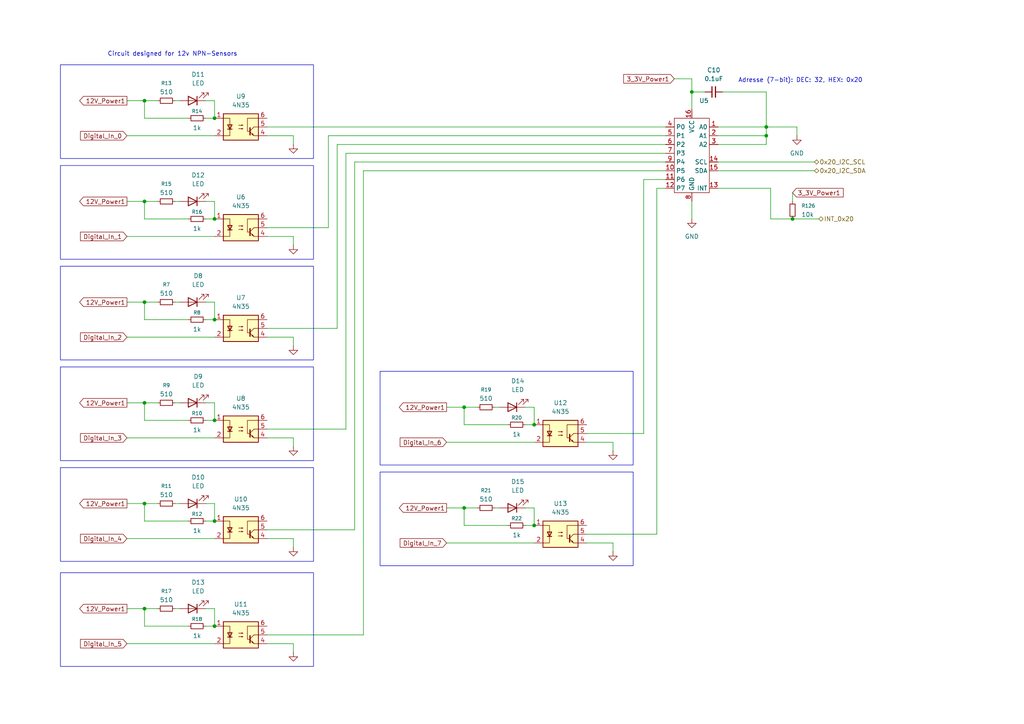
<source format=kicad_sch>
(kicad_sch
	(version 20250114)
	(generator "eeschema")
	(generator_version "9.0")
	(uuid "4211e9fc-6fc6-4f5e-95e6-59527a48e3e2")
	(paper "A4")
	(lib_symbols
		(symbol "Device:C_Small"
			(pin_numbers
				(hide yes)
			)
			(pin_names
				(offset 0.254)
				(hide yes)
			)
			(exclude_from_sim no)
			(in_bom yes)
			(on_board yes)
			(property "Reference" "C"
				(at 0.254 1.778 0)
				(effects
					(font
						(size 1.27 1.27)
					)
					(justify left)
				)
			)
			(property "Value" "C_Small"
				(at 0.254 -2.032 0)
				(effects
					(font
						(size 1.27 1.27)
					)
					(justify left)
				)
			)
			(property "Footprint" ""
				(at 0 0 0)
				(effects
					(font
						(size 1.27 1.27)
					)
					(hide yes)
				)
			)
			(property "Datasheet" "~"
				(at 0 0 0)
				(effects
					(font
						(size 1.27 1.27)
					)
					(hide yes)
				)
			)
			(property "Description" "Unpolarized capacitor, small symbol"
				(at 0 0 0)
				(effects
					(font
						(size 1.27 1.27)
					)
					(hide yes)
				)
			)
			(property "ki_keywords" "capacitor cap"
				(at 0 0 0)
				(effects
					(font
						(size 1.27 1.27)
					)
					(hide yes)
				)
			)
			(property "ki_fp_filters" "C_*"
				(at 0 0 0)
				(effects
					(font
						(size 1.27 1.27)
					)
					(hide yes)
				)
			)
			(symbol "C_Small_0_1"
				(polyline
					(pts
						(xy -1.524 0.508) (xy 1.524 0.508)
					)
					(stroke
						(width 0.3048)
						(type default)
					)
					(fill
						(type none)
					)
				)
				(polyline
					(pts
						(xy -1.524 -0.508) (xy 1.524 -0.508)
					)
					(stroke
						(width 0.3302)
						(type default)
					)
					(fill
						(type none)
					)
				)
			)
			(symbol "C_Small_1_1"
				(pin passive line
					(at 0 2.54 270)
					(length 2.032)
					(name "~"
						(effects
							(font
								(size 1.27 1.27)
							)
						)
					)
					(number "1"
						(effects
							(font
								(size 1.27 1.27)
							)
						)
					)
				)
				(pin passive line
					(at 0 -2.54 90)
					(length 2.032)
					(name "~"
						(effects
							(font
								(size 1.27 1.27)
							)
						)
					)
					(number "2"
						(effects
							(font
								(size 1.27 1.27)
							)
						)
					)
				)
			)
			(embedded_fonts no)
		)
		(symbol "Device:LED"
			(pin_numbers
				(hide yes)
			)
			(pin_names
				(offset 1.016)
				(hide yes)
			)
			(exclude_from_sim no)
			(in_bom yes)
			(on_board yes)
			(property "Reference" "D"
				(at 0 2.54 0)
				(effects
					(font
						(size 1.27 1.27)
					)
				)
			)
			(property "Value" "LED"
				(at 0 -2.54 0)
				(effects
					(font
						(size 1.27 1.27)
					)
				)
			)
			(property "Footprint" ""
				(at 0 0 0)
				(effects
					(font
						(size 1.27 1.27)
					)
					(hide yes)
				)
			)
			(property "Datasheet" "~"
				(at 0 0 0)
				(effects
					(font
						(size 1.27 1.27)
					)
					(hide yes)
				)
			)
			(property "Description" "Light emitting diode"
				(at 0 0 0)
				(effects
					(font
						(size 1.27 1.27)
					)
					(hide yes)
				)
			)
			(property "Sim.Pins" "1=K 2=A"
				(at 0 0 0)
				(effects
					(font
						(size 1.27 1.27)
					)
					(hide yes)
				)
			)
			(property "ki_keywords" "LED diode"
				(at 0 0 0)
				(effects
					(font
						(size 1.27 1.27)
					)
					(hide yes)
				)
			)
			(property "ki_fp_filters" "LED* LED_SMD:* LED_THT:*"
				(at 0 0 0)
				(effects
					(font
						(size 1.27 1.27)
					)
					(hide yes)
				)
			)
			(symbol "LED_0_1"
				(polyline
					(pts
						(xy -3.048 -0.762) (xy -4.572 -2.286) (xy -3.81 -2.286) (xy -4.572 -2.286) (xy -4.572 -1.524)
					)
					(stroke
						(width 0)
						(type default)
					)
					(fill
						(type none)
					)
				)
				(polyline
					(pts
						(xy -1.778 -0.762) (xy -3.302 -2.286) (xy -2.54 -2.286) (xy -3.302 -2.286) (xy -3.302 -1.524)
					)
					(stroke
						(width 0)
						(type default)
					)
					(fill
						(type none)
					)
				)
				(polyline
					(pts
						(xy -1.27 0) (xy 1.27 0)
					)
					(stroke
						(width 0)
						(type default)
					)
					(fill
						(type none)
					)
				)
				(polyline
					(pts
						(xy -1.27 -1.27) (xy -1.27 1.27)
					)
					(stroke
						(width 0.254)
						(type default)
					)
					(fill
						(type none)
					)
				)
				(polyline
					(pts
						(xy 1.27 -1.27) (xy 1.27 1.27) (xy -1.27 0) (xy 1.27 -1.27)
					)
					(stroke
						(width 0.254)
						(type default)
					)
					(fill
						(type none)
					)
				)
			)
			(symbol "LED_1_1"
				(pin passive line
					(at -3.81 0 0)
					(length 2.54)
					(name "K"
						(effects
							(font
								(size 1.27 1.27)
							)
						)
					)
					(number "1"
						(effects
							(font
								(size 1.27 1.27)
							)
						)
					)
				)
				(pin passive line
					(at 3.81 0 180)
					(length 2.54)
					(name "A"
						(effects
							(font
								(size 1.27 1.27)
							)
						)
					)
					(number "2"
						(effects
							(font
								(size 1.27 1.27)
							)
						)
					)
				)
			)
			(embedded_fonts no)
		)
		(symbol "Device:R_Small"
			(pin_numbers
				(hide yes)
			)
			(pin_names
				(offset 0.254)
				(hide yes)
			)
			(exclude_from_sim no)
			(in_bom yes)
			(on_board yes)
			(property "Reference" "R"
				(at 0 0 90)
				(effects
					(font
						(size 1.016 1.016)
					)
				)
			)
			(property "Value" "R_Small"
				(at 1.778 0 90)
				(effects
					(font
						(size 1.27 1.27)
					)
				)
			)
			(property "Footprint" ""
				(at 0 0 0)
				(effects
					(font
						(size 1.27 1.27)
					)
					(hide yes)
				)
			)
			(property "Datasheet" "~"
				(at 0 0 0)
				(effects
					(font
						(size 1.27 1.27)
					)
					(hide yes)
				)
			)
			(property "Description" "Resistor, small symbol"
				(at 0 0 0)
				(effects
					(font
						(size 1.27 1.27)
					)
					(hide yes)
				)
			)
			(property "ki_keywords" "R resistor"
				(at 0 0 0)
				(effects
					(font
						(size 1.27 1.27)
					)
					(hide yes)
				)
			)
			(property "ki_fp_filters" "R_*"
				(at 0 0 0)
				(effects
					(font
						(size 1.27 1.27)
					)
					(hide yes)
				)
			)
			(symbol "R_Small_0_1"
				(rectangle
					(start -0.762 1.778)
					(end 0.762 -1.778)
					(stroke
						(width 0.2032)
						(type default)
					)
					(fill
						(type none)
					)
				)
			)
			(symbol "R_Small_1_1"
				(pin passive line
					(at 0 2.54 270)
					(length 0.762)
					(name "~"
						(effects
							(font
								(size 1.27 1.27)
							)
						)
					)
					(number "1"
						(effects
							(font
								(size 1.27 1.27)
							)
						)
					)
				)
				(pin passive line
					(at 0 -2.54 90)
					(length 0.762)
					(name "~"
						(effects
							(font
								(size 1.27 1.27)
							)
						)
					)
					(number "2"
						(effects
							(font
								(size 1.27 1.27)
							)
						)
					)
				)
			)
			(embedded_fonts no)
		)
		(symbol "Isolator:4N35"
			(pin_names
				(offset 1.016)
			)
			(exclude_from_sim no)
			(in_bom yes)
			(on_board yes)
			(property "Reference" "U"
				(at -5.08 5.08 0)
				(effects
					(font
						(size 1.27 1.27)
					)
					(justify left)
				)
			)
			(property "Value" "4N35"
				(at 0 5.08 0)
				(effects
					(font
						(size 1.27 1.27)
					)
					(justify left)
				)
			)
			(property "Footprint" "Package_DIP:DIP-6_W7.62mm"
				(at -5.08 -5.08 0)
				(effects
					(font
						(size 1.27 1.27)
						(italic yes)
					)
					(justify left)
					(hide yes)
				)
			)
			(property "Datasheet" "https://www.vishay.com/docs/81181/4n35.pdf"
				(at 0 0 0)
				(effects
					(font
						(size 1.27 1.27)
					)
					(justify left)
					(hide yes)
				)
			)
			(property "Description" "Optocoupler, Phototransistor Output, with Base Connection, Vce 70V, CTR 100%, Viso 5000V, DIP6"
				(at 0 0 0)
				(effects
					(font
						(size 1.27 1.27)
					)
					(hide yes)
				)
			)
			(property "ki_keywords" "NPN DC Optocoupler Base Connected"
				(at 0 0 0)
				(effects
					(font
						(size 1.27 1.27)
					)
					(hide yes)
				)
			)
			(property "ki_fp_filters" "DIP*W7.62mm*"
				(at 0 0 0)
				(effects
					(font
						(size 1.27 1.27)
					)
					(hide yes)
				)
			)
			(symbol "4N35_0_1"
				(rectangle
					(start -5.08 3.81)
					(end 5.08 -3.81)
					(stroke
						(width 0.254)
						(type default)
					)
					(fill
						(type background)
					)
				)
				(polyline
					(pts
						(xy -5.08 -2.54) (xy -3.175 -2.54) (xy -3.175 2.54) (xy -5.08 2.54)
					)
					(stroke
						(width 0)
						(type default)
					)
					(fill
						(type none)
					)
				)
				(polyline
					(pts
						(xy -3.81 -0.635) (xy -2.54 -0.635)
					)
					(stroke
						(width 0.254)
						(type default)
					)
					(fill
						(type none)
					)
				)
				(polyline
					(pts
						(xy -3.175 -0.635) (xy -3.81 0.635) (xy -2.54 0.635) (xy -3.175 -0.635)
					)
					(stroke
						(width 0.254)
						(type default)
					)
					(fill
						(type none)
					)
				)
				(polyline
					(pts
						(xy -0.635 0.508) (xy 0.635 0.508) (xy 0.254 0.381) (xy 0.254 0.635) (xy 0.635 0.508)
					)
					(stroke
						(width 0)
						(type default)
					)
					(fill
						(type none)
					)
				)
				(polyline
					(pts
						(xy -0.635 -0.508) (xy 0.635 -0.508) (xy 0.254 -0.635) (xy 0.254 -0.381) (xy 0.635 -0.508)
					)
					(stroke
						(width 0)
						(type default)
					)
					(fill
						(type none)
					)
				)
				(polyline
					(pts
						(xy 2.667 -0.254) (xy 2.667 -2.286)
					)
					(stroke
						(width 0.3556)
						(type default)
					)
					(fill
						(type none)
					)
				)
				(polyline
					(pts
						(xy 2.667 -1.143) (xy 3.81 0)
					)
					(stroke
						(width 0)
						(type default)
					)
					(fill
						(type none)
					)
				)
				(polyline
					(pts
						(xy 2.667 -1.397) (xy 3.81 -2.54)
					)
					(stroke
						(width 0)
						(type default)
					)
					(fill
						(type none)
					)
				)
				(polyline
					(pts
						(xy 3.683 -2.413) (xy 3.429 -1.905) (xy 3.175 -2.159) (xy 3.683 -2.413)
					)
					(stroke
						(width 0)
						(type default)
					)
					(fill
						(type none)
					)
				)
				(polyline
					(pts
						(xy 3.81 0) (xy 5.08 0)
					)
					(stroke
						(width 0)
						(type default)
					)
					(fill
						(type none)
					)
				)
				(polyline
					(pts
						(xy 3.81 -2.54) (xy 5.08 -2.54)
					)
					(stroke
						(width 0)
						(type default)
					)
					(fill
						(type none)
					)
				)
				(polyline
					(pts
						(xy 5.08 2.54) (xy 1.905 2.54) (xy 1.905 -1.27) (xy 2.54 -1.27)
					)
					(stroke
						(width 0)
						(type default)
					)
					(fill
						(type none)
					)
				)
			)
			(symbol "4N35_1_1"
				(pin passive line
					(at -7.62 2.54 0)
					(length 2.54)
					(name "~"
						(effects
							(font
								(size 1.27 1.27)
							)
						)
					)
					(number "1"
						(effects
							(font
								(size 1.27 1.27)
							)
						)
					)
				)
				(pin passive line
					(at -7.62 -2.54 0)
					(length 2.54)
					(name "~"
						(effects
							(font
								(size 1.27 1.27)
							)
						)
					)
					(number "2"
						(effects
							(font
								(size 1.27 1.27)
							)
						)
					)
				)
				(pin no_connect line
					(at -5.08 0 0)
					(length 2.54)
					(hide yes)
					(name "NC"
						(effects
							(font
								(size 1.27 1.27)
							)
						)
					)
					(number "3"
						(effects
							(font
								(size 1.27 1.27)
							)
						)
					)
				)
				(pin passive line
					(at 7.62 2.54 180)
					(length 2.54)
					(name "~"
						(effects
							(font
								(size 1.27 1.27)
							)
						)
					)
					(number "6"
						(effects
							(font
								(size 1.27 1.27)
							)
						)
					)
				)
				(pin passive line
					(at 7.62 0 180)
					(length 2.54)
					(name "~"
						(effects
							(font
								(size 1.27 1.27)
							)
						)
					)
					(number "5"
						(effects
							(font
								(size 1.27 1.27)
							)
						)
					)
				)
				(pin passive line
					(at 7.62 -2.54 180)
					(length 2.54)
					(name "~"
						(effects
							(font
								(size 1.27 1.27)
							)
						)
					)
					(number "4"
						(effects
							(font
								(size 1.27 1.27)
							)
						)
					)
				)
			)
			(embedded_fonts no)
		)
		(symbol "own_symbols:PCF8574N"
			(exclude_from_sim no)
			(in_bom yes)
			(on_board yes)
			(property "Reference" "U"
				(at 0 0 0)
				(effects
					(font
						(size 1.27 1.27)
					)
				)
			)
			(property "Value" ""
				(at 0 0 0)
				(effects
					(font
						(size 1.27 1.27)
					)
				)
			)
			(property "Footprint" "Package_DIP:DIP-16_W7.62mm"
				(at 17.526 15.748 0)
				(effects
					(font
						(size 1.27 1.27)
					)
					(hide yes)
				)
			)
			(property "Datasheet" "https://www.ti.com/lit/ds/symlink/pcf8574.pdf?ts=1728822589974&ref_url=https%253A%252F%252Fwww.ti.com%252Fproduct%252FPCF8574%253Futm_source%253Dgoogle%2526utm_medium%253Dcpc%2526utm_campaign%253Dti-null-null-xref-cpc-pf-google-wwe%2526utm_content%253Dxref%2526ds_k%253D%257B_dssearchterm%257D%2526DCM%253Dyes%2526gad_source%253D1%2526gclid%253DEAIaIQobChMI6f2G9a2LiQMVKp2DBx3rOwzlEAAYASAAEgIEUPD_BwE%2526gclsrc%253Daw.ds"
				(at -0.254 20.32 0)
				(effects
					(font
						(size 1.27 1.27)
					)
					(hide yes)
				)
			)
			(property "Description" "8 Port IO expander I2C-Interface"
				(at 3.302 18.288 0)
				(effects
					(font
						(size 1.27 1.27)
					)
					(hide yes)
				)
			)
			(symbol "PCF8574N_0_1"
				(rectangle
					(start 5.08 10.16)
					(end -5.08 -11.43)
					(stroke
						(width 0)
						(type default)
					)
					(fill
						(type none)
					)
				)
			)
			(symbol "PCF8574N_1_1"
				(pin bidirectional line
					(at -7.62 7.62 0)
					(length 2.54)
					(name "P0"
						(effects
							(font
								(size 1.27 1.27)
							)
						)
					)
					(number "4"
						(effects
							(font
								(size 1.27 1.27)
							)
						)
					)
				)
				(pin bidirectional line
					(at -7.62 5.08 0)
					(length 2.54)
					(name "P1"
						(effects
							(font
								(size 1.27 1.27)
							)
						)
					)
					(number "5"
						(effects
							(font
								(size 1.27 1.27)
							)
						)
					)
				)
				(pin bidirectional line
					(at -7.62 2.54 0)
					(length 2.54)
					(name "P2"
						(effects
							(font
								(size 1.27 1.27)
							)
						)
					)
					(number "6"
						(effects
							(font
								(size 1.27 1.27)
							)
						)
					)
				)
				(pin bidirectional line
					(at -7.62 0 0)
					(length 2.54)
					(name "P3"
						(effects
							(font
								(size 1.27 1.27)
							)
						)
					)
					(number "7"
						(effects
							(font
								(size 1.27 1.27)
							)
						)
					)
				)
				(pin bidirectional line
					(at -7.62 -2.54 0)
					(length 2.54)
					(name "P4"
						(effects
							(font
								(size 1.27 1.27)
							)
						)
					)
					(number "9"
						(effects
							(font
								(size 1.27 1.27)
							)
						)
					)
				)
				(pin bidirectional line
					(at -7.62 -5.08 0)
					(length 2.54)
					(name "P5"
						(effects
							(font
								(size 1.27 1.27)
							)
						)
					)
					(number "10"
						(effects
							(font
								(size 1.27 1.27)
							)
						)
					)
				)
				(pin bidirectional line
					(at -7.62 -7.62 0)
					(length 2.54)
					(name "P6"
						(effects
							(font
								(size 1.27 1.27)
							)
						)
					)
					(number "11"
						(effects
							(font
								(size 1.27 1.27)
							)
						)
					)
				)
				(pin bidirectional line
					(at -7.62 -10.16 0)
					(length 2.54)
					(name "P7"
						(effects
							(font
								(size 1.27 1.27)
							)
						)
					)
					(number "12"
						(effects
							(font
								(size 1.27 1.27)
							)
						)
					)
				)
				(pin input line
					(at 0 12.7 270)
					(length 2.54)
					(name "VCC"
						(effects
							(font
								(size 1.27 1.27)
							)
						)
					)
					(number "16"
						(effects
							(font
								(size 1.27 1.27)
							)
						)
					)
				)
				(pin output line
					(at 0 -13.97 90)
					(length 2.54)
					(name "GND"
						(effects
							(font
								(size 1.27 1.27)
							)
						)
					)
					(number "8"
						(effects
							(font
								(size 1.27 1.27)
							)
						)
					)
				)
				(pin input line
					(at 7.62 7.62 180)
					(length 2.54)
					(name "A0"
						(effects
							(font
								(size 1.27 1.27)
							)
						)
					)
					(number "1"
						(effects
							(font
								(size 1.27 1.27)
							)
						)
					)
				)
				(pin input line
					(at 7.62 5.08 180)
					(length 2.54)
					(name "A1"
						(effects
							(font
								(size 1.27 1.27)
							)
						)
					)
					(number "2"
						(effects
							(font
								(size 1.27 1.27)
							)
						)
					)
				)
				(pin input line
					(at 7.62 2.54 180)
					(length 2.54)
					(name "A2"
						(effects
							(font
								(size 1.27 1.27)
							)
						)
					)
					(number "3"
						(effects
							(font
								(size 1.27 1.27)
							)
						)
					)
				)
				(pin bidirectional line
					(at 7.62 -2.54 180)
					(length 2.54)
					(name "SCL"
						(effects
							(font
								(size 1.27 1.27)
							)
						)
					)
					(number "14"
						(effects
							(font
								(size 1.27 1.27)
							)
						)
					)
				)
				(pin bidirectional line
					(at 7.62 -5.08 180)
					(length 2.54)
					(name "SDA"
						(effects
							(font
								(size 1.27 1.27)
							)
						)
					)
					(number "15"
						(effects
							(font
								(size 1.27 1.27)
							)
						)
					)
				)
				(pin input line
					(at 7.62 -10.16 180)
					(length 2.54)
					(name "INT"
						(effects
							(font
								(size 1.27 1.27)
							)
						)
					)
					(number "13"
						(effects
							(font
								(size 1.27 1.27)
							)
						)
					)
				)
			)
			(embedded_fonts no)
		)
		(symbol "power:GND"
			(power)
			(pin_numbers
				(hide yes)
			)
			(pin_names
				(offset 0)
				(hide yes)
			)
			(exclude_from_sim no)
			(in_bom yes)
			(on_board yes)
			(property "Reference" "#PWR"
				(at 0 -6.35 0)
				(effects
					(font
						(size 1.27 1.27)
					)
					(hide yes)
				)
			)
			(property "Value" "GND"
				(at 0 -3.81 0)
				(effects
					(font
						(size 1.27 1.27)
					)
				)
			)
			(property "Footprint" ""
				(at 0 0 0)
				(effects
					(font
						(size 1.27 1.27)
					)
					(hide yes)
				)
			)
			(property "Datasheet" ""
				(at 0 0 0)
				(effects
					(font
						(size 1.27 1.27)
					)
					(hide yes)
				)
			)
			(property "Description" "Power symbol creates a global label with name \"GND\" , ground"
				(at 0 0 0)
				(effects
					(font
						(size 1.27 1.27)
					)
					(hide yes)
				)
			)
			(property "ki_keywords" "global power"
				(at 0 0 0)
				(effects
					(font
						(size 1.27 1.27)
					)
					(hide yes)
				)
			)
			(symbol "GND_0_1"
				(polyline
					(pts
						(xy 0 0) (xy 0 -1.27) (xy 1.27 -1.27) (xy 0 -2.54) (xy -1.27 -1.27) (xy 0 -1.27)
					)
					(stroke
						(width 0)
						(type default)
					)
					(fill
						(type none)
					)
				)
			)
			(symbol "GND_1_1"
				(pin power_in line
					(at 0 0 270)
					(length 0)
					(name "~"
						(effects
							(font
								(size 1.27 1.27)
							)
						)
					)
					(number "1"
						(effects
							(font
								(size 1.27 1.27)
							)
						)
					)
				)
			)
			(embedded_fonts no)
		)
	)
	(rectangle
		(start 17.526 77.216)
		(end 90.932 104.394)
		(stroke
			(width 0)
			(type default)
		)
		(fill
			(type none)
		)
		(uuid 1f8c8e5e-0f06-42f6-80de-de4d1abdcacd)
	)
	(rectangle
		(start 110.236 136.906)
		(end 183.642 164.084)
		(stroke
			(width 0)
			(type default)
		)
		(fill
			(type none)
		)
		(uuid 36c94c80-7ad9-4b84-9688-696c322f7b87)
	)
	(rectangle
		(start 17.526 166.116)
		(end 90.932 193.294)
		(stroke
			(width 0)
			(type default)
		)
		(fill
			(type none)
		)
		(uuid 50b8bd3e-275f-4df0-8c67-f5d93af36959)
	)
	(rectangle
		(start 17.526 135.636)
		(end 90.932 162.814)
		(stroke
			(width 0)
			(type default)
		)
		(fill
			(type none)
		)
		(uuid 851bdcc3-059c-405c-8083-c0a28b1ffee1)
	)
	(rectangle
		(start 17.526 106.426)
		(end 90.932 133.604)
		(stroke
			(width 0)
			(type default)
		)
		(fill
			(type none)
		)
		(uuid 99c8423b-e08c-46f4-a4e1-dacb3d8bc579)
	)
	(rectangle
		(start 17.526 18.796)
		(end 90.932 45.974)
		(stroke
			(width 0)
			(type default)
		)
		(fill
			(type none)
		)
		(uuid b521b195-bfab-431e-9a73-cab63b525caf)
	)
	(rectangle
		(start 110.236 107.696)
		(end 183.642 134.874)
		(stroke
			(width 0)
			(type default)
		)
		(fill
			(type none)
		)
		(uuid bd75276c-a084-47fa-9fc8-366ac9dda5ce)
	)
	(rectangle
		(start 17.526 48.006)
		(end 90.932 75.184)
		(stroke
			(width 0)
			(type default)
		)
		(fill
			(type none)
		)
		(uuid e95c1187-8fe7-4922-bfcc-4424f0d7b37d)
	)
	(text "Adresse (7-bit): DEC: 32, HEX: 0x20"
		(exclude_from_sim no)
		(at 232.156 23.368 0)
		(effects
			(font
				(size 1.27 1.27)
			)
		)
		(uuid "466d8fd0-ef9e-4ae4-8efe-b2b3d5c331a8")
	)
	(text "Circuit designed for 12v NPN-Sensors"
		(exclude_from_sim no)
		(at 50.038 15.748 0)
		(effects
			(font
				(size 1.27 1.27)
			)
		)
		(uuid "b367d11f-87c7-4898-9b2f-305e58f1a562")
	)
	(junction
		(at 154.94 152.4)
		(diameter 0)
		(color 0 0 0 0)
		(uuid "10dd0f58-f80f-4be2-9ed1-e056b24223d8")
	)
	(junction
		(at 222.25 36.83)
		(diameter 0)
		(color 0 0 0 0)
		(uuid "13f6e540-5b6f-41ae-beb6-a925dfb0e22b")
	)
	(junction
		(at 62.23 63.5)
		(diameter 0)
		(color 0 0 0 0)
		(uuid "183d6fc5-ee27-413d-a98d-b376e8914bc6")
	)
	(junction
		(at 41.91 58.42)
		(diameter 0)
		(color 0 0 0 0)
		(uuid "3c18ef19-b9df-44cf-a7ac-8352ee360167")
	)
	(junction
		(at 229.87 63.5)
		(diameter 0)
		(color 0 0 0 0)
		(uuid "4f445be0-a499-41e2-b435-ccdb5ed1be3a")
	)
	(junction
		(at 41.91 176.53)
		(diameter 0)
		(color 0 0 0 0)
		(uuid "515d6231-fe17-49c6-b6d9-deb89054946f")
	)
	(junction
		(at 154.94 123.19)
		(diameter 0)
		(color 0 0 0 0)
		(uuid "5f883d43-b25e-446c-b681-48cd85670254")
	)
	(junction
		(at 41.91 146.05)
		(diameter 0)
		(color 0 0 0 0)
		(uuid "67f3f4de-8070-49d5-82c2-689b789fccc3")
	)
	(junction
		(at 222.25 39.37)
		(diameter 0)
		(color 0 0 0 0)
		(uuid "6ff442cb-fcd0-43f7-a533-2fc160d1d263")
	)
	(junction
		(at 62.23 151.13)
		(diameter 0)
		(color 0 0 0 0)
		(uuid "7700bb83-9dfd-4f37-89f1-99ddd94bfb3d")
	)
	(junction
		(at 41.91 87.63)
		(diameter 0)
		(color 0 0 0 0)
		(uuid "79afb425-bc98-42d7-b8e6-3c0e6e72257c")
	)
	(junction
		(at 62.23 121.92)
		(diameter 0)
		(color 0 0 0 0)
		(uuid "85502b18-3824-48cf-904e-32fe2d45b645")
	)
	(junction
		(at 62.23 181.61)
		(diameter 0)
		(color 0 0 0 0)
		(uuid "998fe549-4a4a-40c4-a05f-53741070ed3b")
	)
	(junction
		(at 62.23 34.29)
		(diameter 0)
		(color 0 0 0 0)
		(uuid "9b14b07b-813a-4fa5-825a-7f1c87320d8d")
	)
	(junction
		(at 41.91 29.21)
		(diameter 0)
		(color 0 0 0 0)
		(uuid "aa47b342-eb16-46f8-8ff3-c221e59f638a")
	)
	(junction
		(at 200.66 26.67)
		(diameter 0)
		(color 0 0 0 0)
		(uuid "bca56582-7fc3-49cc-8d30-38d6dd2382a4")
	)
	(junction
		(at 134.62 147.32)
		(diameter 0)
		(color 0 0 0 0)
		(uuid "c3952a61-b838-4c4f-b9e2-4cac02797853")
	)
	(junction
		(at 41.91 116.84)
		(diameter 0)
		(color 0 0 0 0)
		(uuid "e70f21c8-49f9-4deb-a576-019bb140cc7c")
	)
	(junction
		(at 62.23 92.71)
		(diameter 0)
		(color 0 0 0 0)
		(uuid "f2bcc1d5-7916-4906-b28f-0fc4f92569af")
	)
	(junction
		(at 134.62 118.11)
		(diameter 0)
		(color 0 0 0 0)
		(uuid "f5c747fb-ce49-4227-abaa-34b48a3208a1")
	)
	(wire
		(pts
			(xy 134.62 118.11) (xy 138.43 118.11)
		)
		(stroke
			(width 0)
			(type default)
		)
		(uuid "028c593f-43c8-4b83-ad04-c4f96808dfc9")
	)
	(wire
		(pts
			(xy 59.69 34.29) (xy 62.23 34.29)
		)
		(stroke
			(width 0)
			(type default)
		)
		(uuid "02d17e6a-2132-48cf-8c88-ba5eae430150")
	)
	(wire
		(pts
			(xy 177.8 128.27) (xy 177.8 130.81)
		)
		(stroke
			(width 0)
			(type default)
		)
		(uuid "07191c08-eb78-4e1f-a4d5-4d8f2ca7f3dd")
	)
	(wire
		(pts
			(xy 85.09 186.69) (xy 85.09 189.23)
		)
		(stroke
			(width 0)
			(type default)
		)
		(uuid "0820002a-0410-4d1d-8a36-dba4e5b2b5eb")
	)
	(wire
		(pts
			(xy 41.91 87.63) (xy 45.72 87.63)
		)
		(stroke
			(width 0)
			(type default)
		)
		(uuid "0a9d9279-bc8c-4418-bb57-5da8fac934be")
	)
	(wire
		(pts
			(xy 41.91 87.63) (xy 41.91 92.71)
		)
		(stroke
			(width 0)
			(type default)
		)
		(uuid "0b89b97d-b85e-4f65-a56e-011fd3146544")
	)
	(wire
		(pts
			(xy 36.83 146.05) (xy 41.91 146.05)
		)
		(stroke
			(width 0)
			(type default)
		)
		(uuid "0e687151-630f-4635-8148-f368020c8772")
	)
	(wire
		(pts
			(xy 41.91 34.29) (xy 54.61 34.29)
		)
		(stroke
			(width 0)
			(type default)
		)
		(uuid "0e8f1fd4-d872-406a-961e-9f605c251763")
	)
	(wire
		(pts
			(xy 59.69 29.21) (xy 62.23 29.21)
		)
		(stroke
			(width 0)
			(type default)
		)
		(uuid "0fb4e9b3-e3d4-423b-8126-0ee5318bb005")
	)
	(wire
		(pts
			(xy 95.25 39.37) (xy 193.04 39.37)
		)
		(stroke
			(width 0)
			(type default)
		)
		(uuid "100dfec5-3a46-4aa9-85b8-dbe4679da030")
	)
	(wire
		(pts
			(xy 85.09 127) (xy 85.09 129.54)
		)
		(stroke
			(width 0)
			(type default)
		)
		(uuid "1d424063-6414-4366-8eec-eee76a8d34b9")
	)
	(wire
		(pts
			(xy 36.83 186.69) (xy 62.23 186.69)
		)
		(stroke
			(width 0)
			(type default)
		)
		(uuid "1d887802-886a-443a-b8ae-a7739e45c668")
	)
	(wire
		(pts
			(xy 186.69 52.07) (xy 193.04 52.07)
		)
		(stroke
			(width 0)
			(type default)
		)
		(uuid "215299fe-055c-4a2e-ad99-2e5333e19be3")
	)
	(wire
		(pts
			(xy 59.69 176.53) (xy 62.23 176.53)
		)
		(stroke
			(width 0)
			(type default)
		)
		(uuid "223d55fa-bb18-4be2-8604-04723efcca36")
	)
	(wire
		(pts
			(xy 41.91 29.21) (xy 45.72 29.21)
		)
		(stroke
			(width 0)
			(type default)
		)
		(uuid "250977e7-a9cf-4848-bd2c-db28e9d869e3")
	)
	(wire
		(pts
			(xy 229.87 63.5) (xy 237.49 63.5)
		)
		(stroke
			(width 0)
			(type default)
		)
		(uuid "275b4218-8a7e-44c0-9aa5-063ccaf20070")
	)
	(wire
		(pts
			(xy 59.69 146.05) (xy 62.23 146.05)
		)
		(stroke
			(width 0)
			(type default)
		)
		(uuid "28df96cf-e4b9-4a0d-b7ec-84bf72a73a87")
	)
	(wire
		(pts
			(xy 129.54 147.32) (xy 134.62 147.32)
		)
		(stroke
			(width 0)
			(type default)
		)
		(uuid "2ac19abc-e8c6-4430-854d-684163e04537")
	)
	(wire
		(pts
			(xy 177.8 157.48) (xy 177.8 160.02)
		)
		(stroke
			(width 0)
			(type default)
		)
		(uuid "2bec0d59-2132-40a5-9a96-2e6fd2a55aa4")
	)
	(wire
		(pts
			(xy 77.47 127) (xy 85.09 127)
		)
		(stroke
			(width 0)
			(type default)
		)
		(uuid "2e65ee78-6a2c-404c-acf2-5b0cfccd1769")
	)
	(wire
		(pts
			(xy 223.52 63.5) (xy 229.87 63.5)
		)
		(stroke
			(width 0)
			(type default)
		)
		(uuid "2fb31f09-7015-4a5f-abe7-76208d78482d")
	)
	(wire
		(pts
			(xy 170.18 157.48) (xy 177.8 157.48)
		)
		(stroke
			(width 0)
			(type default)
		)
		(uuid "2fcaf274-426a-44cd-9485-8ca220437cf7")
	)
	(wire
		(pts
			(xy 222.25 39.37) (xy 222.25 41.91)
		)
		(stroke
			(width 0)
			(type default)
		)
		(uuid "31fa6fb9-e67a-4eaa-8c29-aa649905c2a3")
	)
	(wire
		(pts
			(xy 223.52 54.61) (xy 208.28 54.61)
		)
		(stroke
			(width 0)
			(type default)
		)
		(uuid "331a7b83-c439-4ec0-809c-2babbf6188a8")
	)
	(wire
		(pts
			(xy 152.4 147.32) (xy 154.94 147.32)
		)
		(stroke
			(width 0)
			(type default)
		)
		(uuid "351fd2e6-2ca1-4056-bda8-0162c5628c3b")
	)
	(wire
		(pts
			(xy 77.47 97.79) (xy 85.09 97.79)
		)
		(stroke
			(width 0)
			(type default)
		)
		(uuid "357e9f2a-1ef9-4c75-bb86-93f8f26d26ce")
	)
	(wire
		(pts
			(xy 209.55 26.67) (xy 222.25 26.67)
		)
		(stroke
			(width 0)
			(type default)
		)
		(uuid "3617bd09-f166-4fd0-add0-8996aee0a3a8")
	)
	(wire
		(pts
			(xy 97.79 95.25) (xy 77.47 95.25)
		)
		(stroke
			(width 0)
			(type default)
		)
		(uuid "3837bc87-6c66-4ce7-9f0e-19a3b3fe726d")
	)
	(wire
		(pts
			(xy 170.18 128.27) (xy 177.8 128.27)
		)
		(stroke
			(width 0)
			(type default)
		)
		(uuid "3997075a-a1df-4597-bfbd-9098beba7afc")
	)
	(wire
		(pts
			(xy 77.47 66.04) (xy 95.25 66.04)
		)
		(stroke
			(width 0)
			(type default)
		)
		(uuid "3b7547a9-ffb9-440c-a771-e6ed80235439")
	)
	(wire
		(pts
			(xy 134.62 123.19) (xy 147.32 123.19)
		)
		(stroke
			(width 0)
			(type default)
		)
		(uuid "3be44e4e-e9ee-4101-851b-85c9b310ba13")
	)
	(wire
		(pts
			(xy 152.4 118.11) (xy 154.94 118.11)
		)
		(stroke
			(width 0)
			(type default)
		)
		(uuid "3c11d676-fab5-43cc-99ca-099bf571f750")
	)
	(wire
		(pts
			(xy 85.09 39.37) (xy 85.09 41.91)
		)
		(stroke
			(width 0)
			(type default)
		)
		(uuid "4079f39d-f183-493c-9ecd-41195f2264af")
	)
	(wire
		(pts
			(xy 143.51 147.32) (xy 144.78 147.32)
		)
		(stroke
			(width 0)
			(type default)
		)
		(uuid "4378de83-8cc1-454f-8ad0-9cd084617f1d")
	)
	(wire
		(pts
			(xy 41.91 181.61) (xy 54.61 181.61)
		)
		(stroke
			(width 0)
			(type default)
		)
		(uuid "45b0a0b0-e23c-4700-9315-96f0bcc97b33")
	)
	(wire
		(pts
			(xy 41.91 92.71) (xy 54.61 92.71)
		)
		(stroke
			(width 0)
			(type default)
		)
		(uuid "474bea1b-63c2-4095-866e-4cf31ed6233a")
	)
	(wire
		(pts
			(xy 77.47 156.21) (xy 85.09 156.21)
		)
		(stroke
			(width 0)
			(type default)
		)
		(uuid "47cd26c3-5d0f-4019-95b7-0a30e691351e")
	)
	(wire
		(pts
			(xy 85.09 97.79) (xy 85.09 100.33)
		)
		(stroke
			(width 0)
			(type default)
		)
		(uuid "49ba2a6b-1af3-4d54-baac-6ac7d81d63ff")
	)
	(wire
		(pts
			(xy 36.83 116.84) (xy 41.91 116.84)
		)
		(stroke
			(width 0)
			(type default)
		)
		(uuid "4a2abfdc-8b3f-411e-8dda-46cf72f5b31e")
	)
	(wire
		(pts
			(xy 50.8 176.53) (xy 52.07 176.53)
		)
		(stroke
			(width 0)
			(type default)
		)
		(uuid "4c7114bf-e191-4caa-a98e-c9a867e26ff1")
	)
	(wire
		(pts
			(xy 36.83 58.42) (xy 41.91 58.42)
		)
		(stroke
			(width 0)
			(type default)
		)
		(uuid "4eec6408-d8a7-4d48-9b8c-0aaa370033c4")
	)
	(wire
		(pts
			(xy 208.28 46.99) (xy 236.22 46.99)
		)
		(stroke
			(width 0)
			(type default)
		)
		(uuid "50a661ba-99f9-46b0-8116-2008b14a9e29")
	)
	(wire
		(pts
			(xy 186.69 125.73) (xy 170.18 125.73)
		)
		(stroke
			(width 0)
			(type default)
		)
		(uuid "515f80a4-2a1c-483a-bea0-b9c0ef684c7e")
	)
	(wire
		(pts
			(xy 100.33 44.45) (xy 100.33 124.46)
		)
		(stroke
			(width 0)
			(type default)
		)
		(uuid "51da5810-83e1-4fcb-a751-a62c04a7bad4")
	)
	(wire
		(pts
			(xy 193.04 54.61) (xy 190.5 54.61)
		)
		(stroke
			(width 0)
			(type default)
		)
		(uuid "53264116-b88e-4d74-a4a9-ae0a3fdd935e")
	)
	(wire
		(pts
			(xy 222.25 26.67) (xy 222.25 36.83)
		)
		(stroke
			(width 0)
			(type default)
		)
		(uuid "584c8590-8982-43c1-916a-d4648ae08368")
	)
	(wire
		(pts
			(xy 200.66 22.86) (xy 200.66 26.67)
		)
		(stroke
			(width 0)
			(type default)
		)
		(uuid "5a43a4e7-f6e4-4d3b-b230-5a781d98e471")
	)
	(wire
		(pts
			(xy 50.8 116.84) (xy 52.07 116.84)
		)
		(stroke
			(width 0)
			(type default)
		)
		(uuid "5d22027d-7997-4df7-97b7-b3c1d027f99d")
	)
	(wire
		(pts
			(xy 36.83 29.21) (xy 41.91 29.21)
		)
		(stroke
			(width 0)
			(type default)
		)
		(uuid "5d80a737-9851-49f3-8cbd-93ff7494aa08")
	)
	(wire
		(pts
			(xy 193.04 41.91) (xy 97.79 41.91)
		)
		(stroke
			(width 0)
			(type default)
		)
		(uuid "66693234-d1b2-4233-ba0d-725b1099a40e")
	)
	(wire
		(pts
			(xy 102.87 46.99) (xy 102.87 153.67)
		)
		(stroke
			(width 0)
			(type default)
		)
		(uuid "66aecaf6-4345-40e4-b3fb-20b667507974")
	)
	(wire
		(pts
			(xy 62.23 58.42) (xy 62.23 63.5)
		)
		(stroke
			(width 0)
			(type default)
		)
		(uuid "67e30007-33b3-4cb4-bee6-05c5ff43489d")
	)
	(wire
		(pts
			(xy 36.83 127) (xy 62.23 127)
		)
		(stroke
			(width 0)
			(type default)
		)
		(uuid "6a644785-de85-4ef6-a275-ae38ce7dec42")
	)
	(wire
		(pts
			(xy 59.69 63.5) (xy 62.23 63.5)
		)
		(stroke
			(width 0)
			(type default)
		)
		(uuid "6ba5ede4-d552-457b-a9ac-3eafa567d421")
	)
	(wire
		(pts
			(xy 62.23 176.53) (xy 62.23 181.61)
		)
		(stroke
			(width 0)
			(type default)
		)
		(uuid "6bead3bf-1fc2-4bae-90df-2a46461afeed")
	)
	(wire
		(pts
			(xy 85.09 68.58) (xy 85.09 71.12)
		)
		(stroke
			(width 0)
			(type default)
		)
		(uuid "74d4010d-eb81-4482-81a5-0fc942b0ae40")
	)
	(wire
		(pts
			(xy 41.91 29.21) (xy 41.91 34.29)
		)
		(stroke
			(width 0)
			(type default)
		)
		(uuid "773074f8-55bb-4ab6-a575-2ca0400e6003")
	)
	(wire
		(pts
			(xy 193.04 44.45) (xy 100.33 44.45)
		)
		(stroke
			(width 0)
			(type default)
		)
		(uuid "7aeedff7-b107-44ac-9ee2-aec2a735285f")
	)
	(wire
		(pts
			(xy 129.54 118.11) (xy 134.62 118.11)
		)
		(stroke
			(width 0)
			(type default)
		)
		(uuid "7b4b9650-2160-4a5c-82ef-ff05bb02de5d")
	)
	(wire
		(pts
			(xy 143.51 118.11) (xy 144.78 118.11)
		)
		(stroke
			(width 0)
			(type default)
		)
		(uuid "7d2dc455-0dd4-4622-98e1-2a54dfda6dc4")
	)
	(wire
		(pts
			(xy 41.91 63.5) (xy 54.61 63.5)
		)
		(stroke
			(width 0)
			(type default)
		)
		(uuid "7d618b28-ae23-4387-ab07-f81e560d5094")
	)
	(wire
		(pts
			(xy 229.87 55.88) (xy 229.87 58.42)
		)
		(stroke
			(width 0)
			(type default)
		)
		(uuid "7fd4e967-5e3a-4e1a-96ea-40298b22f571")
	)
	(wire
		(pts
			(xy 41.91 116.84) (xy 41.91 121.92)
		)
		(stroke
			(width 0)
			(type default)
		)
		(uuid "80eb7b4b-ad8c-419f-8c00-d3a8c741d976")
	)
	(wire
		(pts
			(xy 36.83 39.37) (xy 62.23 39.37)
		)
		(stroke
			(width 0)
			(type default)
		)
		(uuid "82f8235b-f709-41bd-953d-92fbcdc09e9a")
	)
	(wire
		(pts
			(xy 105.41 49.53) (xy 105.41 184.15)
		)
		(stroke
			(width 0)
			(type default)
		)
		(uuid "833d782d-7bf8-4811-a0a7-be54cb42bfd8")
	)
	(wire
		(pts
			(xy 59.69 87.63) (xy 62.23 87.63)
		)
		(stroke
			(width 0)
			(type default)
		)
		(uuid "84e7aa80-11b6-4924-8f27-b091e3aa2f08")
	)
	(wire
		(pts
			(xy 41.91 146.05) (xy 45.72 146.05)
		)
		(stroke
			(width 0)
			(type default)
		)
		(uuid "865e5d05-c620-47d3-9042-114f326af5aa")
	)
	(wire
		(pts
			(xy 77.47 36.83) (xy 193.04 36.83)
		)
		(stroke
			(width 0)
			(type default)
		)
		(uuid "86665527-4854-49ed-8670-cd9f3517ce4d")
	)
	(wire
		(pts
			(xy 154.94 147.32) (xy 154.94 152.4)
		)
		(stroke
			(width 0)
			(type default)
		)
		(uuid "87271e79-6df5-4058-b3f1-8e52fe281efe")
	)
	(wire
		(pts
			(xy 152.4 152.4) (xy 154.94 152.4)
		)
		(stroke
			(width 0)
			(type default)
		)
		(uuid "8834ba0e-a10e-4340-a7de-931663b445ec")
	)
	(wire
		(pts
			(xy 208.28 39.37) (xy 222.25 39.37)
		)
		(stroke
			(width 0)
			(type default)
		)
		(uuid "893b2a55-ee94-4e3d-944b-b90d36aa9d3c")
	)
	(wire
		(pts
			(xy 134.62 118.11) (xy 134.62 123.19)
		)
		(stroke
			(width 0)
			(type default)
		)
		(uuid "8b901ff5-a9fa-4b07-84a1-059a412475f1")
	)
	(wire
		(pts
			(xy 85.09 156.21) (xy 85.09 158.75)
		)
		(stroke
			(width 0)
			(type default)
		)
		(uuid "8fd85b09-a885-453d-89cd-56293ddd052d")
	)
	(wire
		(pts
			(xy 208.28 49.53) (xy 236.22 49.53)
		)
		(stroke
			(width 0)
			(type default)
		)
		(uuid "903a4158-8b89-4a68-a010-f0b61f58f83d")
	)
	(wire
		(pts
			(xy 50.8 87.63) (xy 52.07 87.63)
		)
		(stroke
			(width 0)
			(type default)
		)
		(uuid "914e3625-331d-4cc6-9ab7-8ef128a985c7")
	)
	(wire
		(pts
			(xy 41.91 121.92) (xy 54.61 121.92)
		)
		(stroke
			(width 0)
			(type default)
		)
		(uuid "923e7cdb-818c-4e63-b864-29094ff1a098")
	)
	(wire
		(pts
			(xy 134.62 152.4) (xy 147.32 152.4)
		)
		(stroke
			(width 0)
			(type default)
		)
		(uuid "95dbba7b-9a39-42eb-bfbf-b7ef3ce8d5ed")
	)
	(wire
		(pts
			(xy 77.47 68.58) (xy 85.09 68.58)
		)
		(stroke
			(width 0)
			(type default)
		)
		(uuid "9a218871-1e14-487b-81ea-765e2077c77b")
	)
	(wire
		(pts
			(xy 152.4 123.19) (xy 154.94 123.19)
		)
		(stroke
			(width 0)
			(type default)
		)
		(uuid "9b27d4cf-ac66-4e91-bc5c-db3aad84cdb6")
	)
	(wire
		(pts
			(xy 62.23 116.84) (xy 62.23 121.92)
		)
		(stroke
			(width 0)
			(type default)
		)
		(uuid "9b9d8b4d-d871-4e4e-9833-ebe9656224d3")
	)
	(wire
		(pts
			(xy 59.69 58.42) (xy 62.23 58.42)
		)
		(stroke
			(width 0)
			(type default)
		)
		(uuid "9c76659a-8ef2-4654-8fac-8cf45bd6cf4e")
	)
	(wire
		(pts
			(xy 208.28 36.83) (xy 222.25 36.83)
		)
		(stroke
			(width 0)
			(type default)
		)
		(uuid "9f180279-3bb2-440e-9ba8-0ad6218fc21f")
	)
	(wire
		(pts
			(xy 129.54 157.48) (xy 154.94 157.48)
		)
		(stroke
			(width 0)
			(type default)
		)
		(uuid "a1b5a02b-42f6-4035-8940-f9e0d2fd4a28")
	)
	(wire
		(pts
			(xy 190.5 54.61) (xy 190.5 154.94)
		)
		(stroke
			(width 0)
			(type default)
		)
		(uuid "a1bc48f7-3a3f-4ca6-87ab-7534e6197dbf")
	)
	(wire
		(pts
			(xy 154.94 118.11) (xy 154.94 123.19)
		)
		(stroke
			(width 0)
			(type default)
		)
		(uuid "a23365a6-1a69-406a-9ae2-165c435a257c")
	)
	(wire
		(pts
			(xy 59.69 116.84) (xy 62.23 116.84)
		)
		(stroke
			(width 0)
			(type default)
		)
		(uuid "a484e68c-5654-44ed-a5e2-bc93ca762dc2")
	)
	(wire
		(pts
			(xy 208.28 41.91) (xy 222.25 41.91)
		)
		(stroke
			(width 0)
			(type default)
		)
		(uuid "a4a1af90-f90d-458f-a67b-9c2e08f44751")
	)
	(wire
		(pts
			(xy 59.69 151.13) (xy 62.23 151.13)
		)
		(stroke
			(width 0)
			(type default)
		)
		(uuid "aac3dd38-d7aa-47a7-a1cc-100e8dc4360a")
	)
	(wire
		(pts
			(xy 62.23 29.21) (xy 62.23 34.29)
		)
		(stroke
			(width 0)
			(type default)
		)
		(uuid "b19b37af-ff1a-4413-b67d-2fb55469f920")
	)
	(wire
		(pts
			(xy 62.23 87.63) (xy 62.23 92.71)
		)
		(stroke
			(width 0)
			(type default)
		)
		(uuid "b2ffccc5-e704-4180-8d5a-adac36997f2d")
	)
	(wire
		(pts
			(xy 231.14 39.37) (xy 231.14 36.83)
		)
		(stroke
			(width 0)
			(type default)
		)
		(uuid "b39a1d7b-e068-4463-85fd-31d44e9b94ce")
	)
	(wire
		(pts
			(xy 36.83 87.63) (xy 41.91 87.63)
		)
		(stroke
			(width 0)
			(type default)
		)
		(uuid "b7f60174-6f20-49c7-b7ae-bf203c53d02b")
	)
	(wire
		(pts
			(xy 97.79 41.91) (xy 97.79 95.25)
		)
		(stroke
			(width 0)
			(type default)
		)
		(uuid "ba216e87-3b8b-4455-bf52-18869374fa0a")
	)
	(wire
		(pts
			(xy 200.66 58.42) (xy 200.66 63.5)
		)
		(stroke
			(width 0)
			(type default)
		)
		(uuid "baf12421-2d52-473b-9de1-3bdccbc4b4cb")
	)
	(wire
		(pts
			(xy 41.91 58.42) (xy 45.72 58.42)
		)
		(stroke
			(width 0)
			(type default)
		)
		(uuid "bdb9da94-5d82-40e2-b14c-eb1d7baad017")
	)
	(wire
		(pts
			(xy 59.69 181.61) (xy 62.23 181.61)
		)
		(stroke
			(width 0)
			(type default)
		)
		(uuid "bde90cbd-8359-44f2-aa0f-ae160ed4c8ab")
	)
	(wire
		(pts
			(xy 134.62 147.32) (xy 134.62 152.4)
		)
		(stroke
			(width 0)
			(type default)
		)
		(uuid "be546def-9dd6-472d-ac97-882cfaf71c42")
	)
	(wire
		(pts
			(xy 193.04 46.99) (xy 102.87 46.99)
		)
		(stroke
			(width 0)
			(type default)
		)
		(uuid "bf3c198a-9f93-485c-aaae-f2e1a6bb047a")
	)
	(wire
		(pts
			(xy 36.83 176.53) (xy 41.91 176.53)
		)
		(stroke
			(width 0)
			(type default)
		)
		(uuid "c0d5a87b-1588-459d-880c-9fceaa83a084")
	)
	(wire
		(pts
			(xy 59.69 121.92) (xy 62.23 121.92)
		)
		(stroke
			(width 0)
			(type default)
		)
		(uuid "c2400290-19b8-4bd2-ac52-6a3ff5e181c6")
	)
	(wire
		(pts
			(xy 50.8 58.42) (xy 52.07 58.42)
		)
		(stroke
			(width 0)
			(type default)
		)
		(uuid "c29d2860-adc0-4cb1-bb6e-867c3629448d")
	)
	(wire
		(pts
			(xy 195.58 22.86) (xy 200.66 22.86)
		)
		(stroke
			(width 0)
			(type default)
		)
		(uuid "c2c0d36f-e192-4c94-99ec-28e32e466315")
	)
	(wire
		(pts
			(xy 36.83 97.79) (xy 62.23 97.79)
		)
		(stroke
			(width 0)
			(type default)
		)
		(uuid "c42cc48d-07ba-4126-bf9a-5e215b991f21")
	)
	(wire
		(pts
			(xy 41.91 151.13) (xy 54.61 151.13)
		)
		(stroke
			(width 0)
			(type default)
		)
		(uuid "c59be690-0480-4c79-9d7c-5c2a41713954")
	)
	(wire
		(pts
			(xy 59.69 92.71) (xy 62.23 92.71)
		)
		(stroke
			(width 0)
			(type default)
		)
		(uuid "c63fa1a0-d611-4617-a4a4-18ad16714e55")
	)
	(wire
		(pts
			(xy 129.54 128.27) (xy 154.94 128.27)
		)
		(stroke
			(width 0)
			(type default)
		)
		(uuid "c7c9b49f-ac04-480b-b70b-08b5d9d4ac10")
	)
	(wire
		(pts
			(xy 36.83 68.58) (xy 62.23 68.58)
		)
		(stroke
			(width 0)
			(type default)
		)
		(uuid "c9c601c8-e408-4c82-a45b-62b60c6fe1d6")
	)
	(wire
		(pts
			(xy 95.25 66.04) (xy 95.25 39.37)
		)
		(stroke
			(width 0)
			(type default)
		)
		(uuid "caf5c8b9-5294-46cd-825f-4c722bc67826")
	)
	(wire
		(pts
			(xy 41.91 146.05) (xy 41.91 151.13)
		)
		(stroke
			(width 0)
			(type default)
		)
		(uuid "cb061576-1c3e-4408-a0b3-efeee6cb0d1e")
	)
	(wire
		(pts
			(xy 77.47 186.69) (xy 85.09 186.69)
		)
		(stroke
			(width 0)
			(type default)
		)
		(uuid "cbdab21d-df46-4e22-a59f-fa3687002152")
	)
	(wire
		(pts
			(xy 186.69 52.07) (xy 186.69 125.73)
		)
		(stroke
			(width 0)
			(type default)
		)
		(uuid "cc7e093b-7e95-457e-822e-a5d8bc5049d4")
	)
	(wire
		(pts
			(xy 134.62 147.32) (xy 138.43 147.32)
		)
		(stroke
			(width 0)
			(type default)
		)
		(uuid "cd2d8d08-7514-40cf-aea6-f30a69d5c9c8")
	)
	(wire
		(pts
			(xy 222.25 36.83) (xy 231.14 36.83)
		)
		(stroke
			(width 0)
			(type default)
		)
		(uuid "cd64808b-f9bf-4920-8c3f-d307751e4d8d")
	)
	(wire
		(pts
			(xy 190.5 154.94) (xy 170.18 154.94)
		)
		(stroke
			(width 0)
			(type default)
		)
		(uuid "d12d7a1a-2ff8-48b0-b860-79f3cb1ef08a")
	)
	(wire
		(pts
			(xy 41.91 58.42) (xy 41.91 63.5)
		)
		(stroke
			(width 0)
			(type default)
		)
		(uuid "d1840703-4f20-43fc-b4f9-c0d2508d14c6")
	)
	(wire
		(pts
			(xy 105.41 184.15) (xy 77.47 184.15)
		)
		(stroke
			(width 0)
			(type default)
		)
		(uuid "d3ed4ec2-efb0-42c8-8117-31485fc5c3fc")
	)
	(wire
		(pts
			(xy 223.52 63.5) (xy 223.52 54.61)
		)
		(stroke
			(width 0)
			(type default)
		)
		(uuid "d475870b-a83f-4271-9e6c-7fc6b89af1df")
	)
	(wire
		(pts
			(xy 36.83 156.21) (xy 62.23 156.21)
		)
		(stroke
			(width 0)
			(type default)
		)
		(uuid "d4b1942e-32b8-4f49-976a-cfef3582fae7")
	)
	(wire
		(pts
			(xy 200.66 26.67) (xy 204.47 26.67)
		)
		(stroke
			(width 0)
			(type default)
		)
		(uuid "d600eeb0-750b-4223-af42-263189816932")
	)
	(wire
		(pts
			(xy 193.04 49.53) (xy 105.41 49.53)
		)
		(stroke
			(width 0)
			(type default)
		)
		(uuid "d7e38aaf-e3de-49bb-9a9f-a41000bb100f")
	)
	(wire
		(pts
			(xy 41.91 116.84) (xy 45.72 116.84)
		)
		(stroke
			(width 0)
			(type default)
		)
		(uuid "ddd91d8e-7ada-45b9-a5d3-7b1a0d5b913f")
	)
	(wire
		(pts
			(xy 41.91 176.53) (xy 45.72 176.53)
		)
		(stroke
			(width 0)
			(type default)
		)
		(uuid "e3553396-a402-48fa-9c81-299f520d4f14")
	)
	(wire
		(pts
			(xy 50.8 146.05) (xy 52.07 146.05)
		)
		(stroke
			(width 0)
			(type default)
		)
		(uuid "e41f4a6f-20c8-452a-976e-341f55668cf8")
	)
	(wire
		(pts
			(xy 102.87 153.67) (xy 77.47 153.67)
		)
		(stroke
			(width 0)
			(type default)
		)
		(uuid "f1b959f8-a85d-469b-abbf-d1ebdc1b88a0")
	)
	(wire
		(pts
			(xy 222.25 36.83) (xy 222.25 39.37)
		)
		(stroke
			(width 0)
			(type default)
		)
		(uuid "f22ed65b-c72b-4e15-9fec-584f8913f7b2")
	)
	(wire
		(pts
			(xy 50.8 29.21) (xy 52.07 29.21)
		)
		(stroke
			(width 0)
			(type default)
		)
		(uuid "f33cbf3c-7821-478f-b766-acc991440ba8")
	)
	(wire
		(pts
			(xy 100.33 124.46) (xy 77.47 124.46)
		)
		(stroke
			(width 0)
			(type default)
		)
		(uuid "f747bf0c-9242-442d-869b-4d1b5819b58b")
	)
	(wire
		(pts
			(xy 200.66 26.67) (xy 200.66 31.75)
		)
		(stroke
			(width 0)
			(type default)
		)
		(uuid "f7f0bb43-57f9-4281-9327-99d6ee669243")
	)
	(wire
		(pts
			(xy 41.91 176.53) (xy 41.91 181.61)
		)
		(stroke
			(width 0)
			(type default)
		)
		(uuid "f883fbcf-0c02-45ae-8315-bed39c2f09f0")
	)
	(wire
		(pts
			(xy 62.23 146.05) (xy 62.23 151.13)
		)
		(stroke
			(width 0)
			(type default)
		)
		(uuid "fe13cdd4-87e1-4071-9002-1a7fe913dadf")
	)
	(wire
		(pts
			(xy 77.47 39.37) (xy 85.09 39.37)
		)
		(stroke
			(width 0)
			(type default)
		)
		(uuid "fe6ac8b9-00b1-4ddb-bf48-acf3365077bc")
	)
	(global_label "3_3V_Power1"
		(shape input)
		(at 229.87 55.88 0)
		(fields_autoplaced yes)
		(effects
			(font
				(size 1.27 1.27)
			)
			(justify left)
		)
		(uuid "2730339a-f33b-4d09-9a65-d2f3b6e86723")
		(property "Intersheetrefs" "${INTERSHEET_REFS}"
			(at 245.1318 55.88 0)
			(effects
				(font
					(size 1.27 1.27)
				)
				(justify left)
				(hide yes)
			)
		)
	)
	(global_label "Digital_In_5"
		(shape input)
		(at 36.83 186.69 180)
		(fields_autoplaced yes)
		(effects
			(font
				(size 1.27 1.27)
			)
			(justify right)
		)
		(uuid "367e5285-2c89-47a9-a97a-67593083b6d4")
		(property "Intersheetrefs" "${INTERSHEET_REFS}"
			(at 22.7778 186.69 0)
			(effects
				(font
					(size 1.27 1.27)
				)
				(justify right)
				(hide yes)
			)
		)
	)
	(global_label "12V_Power1"
		(shape output)
		(at 129.54 147.32 180)
		(fields_autoplaced yes)
		(effects
			(font
				(size 1.27 1.27)
			)
			(justify right)
		)
		(uuid "4d1e1ffd-9705-4e0b-8f46-310756b23f70")
		(property "Intersheetrefs" "${INTERSHEET_REFS}"
			(at 115.2458 147.32 0)
			(effects
				(font
					(size 1.27 1.27)
				)
				(justify right)
				(hide yes)
			)
		)
	)
	(global_label "Digital_In_6"
		(shape input)
		(at 129.54 128.27 180)
		(fields_autoplaced yes)
		(effects
			(font
				(size 1.27 1.27)
			)
			(justify right)
		)
		(uuid "581751db-f3e0-494f-a658-2558585fd688")
		(property "Intersheetrefs" "${INTERSHEET_REFS}"
			(at 115.4878 128.27 0)
			(effects
				(font
					(size 1.27 1.27)
				)
				(justify right)
				(hide yes)
			)
		)
	)
	(global_label "Digital_In_2"
		(shape input)
		(at 36.83 97.79 180)
		(fields_autoplaced yes)
		(effects
			(font
				(size 1.27 1.27)
			)
			(justify right)
		)
		(uuid "60704cc3-1540-4eea-a785-c8d547befde2")
		(property "Intersheetrefs" "${INTERSHEET_REFS}"
			(at 22.7778 97.79 0)
			(effects
				(font
					(size 1.27 1.27)
				)
				(justify right)
				(hide yes)
			)
		)
	)
	(global_label "12V_Power1"
		(shape output)
		(at 36.83 176.53 180)
		(fields_autoplaced yes)
		(effects
			(font
				(size 1.27 1.27)
			)
			(justify right)
		)
		(uuid "644e2127-3897-40e0-8871-52112759fd7d")
		(property "Intersheetrefs" "${INTERSHEET_REFS}"
			(at 22.5358 176.53 0)
			(effects
				(font
					(size 1.27 1.27)
				)
				(justify right)
				(hide yes)
			)
		)
	)
	(global_label "3_3V_Power1"
		(shape input)
		(at 195.58 22.86 180)
		(fields_autoplaced yes)
		(effects
			(font
				(size 1.27 1.27)
			)
			(justify right)
		)
		(uuid "65a10a88-6d27-4102-8e3d-572f22b96d04")
		(property "Intersheetrefs" "${INTERSHEET_REFS}"
			(at 180.3182 22.86 0)
			(effects
				(font
					(size 1.27 1.27)
				)
				(justify right)
				(hide yes)
			)
		)
	)
	(global_label "12V_Power1"
		(shape output)
		(at 36.83 29.21 180)
		(fields_autoplaced yes)
		(effects
			(font
				(size 1.27 1.27)
			)
			(justify right)
		)
		(uuid "8d6a2f12-5e9c-4d0c-a255-bbc3732a1abf")
		(property "Intersheetrefs" "${INTERSHEET_REFS}"
			(at 22.5358 29.21 0)
			(effects
				(font
					(size 1.27 1.27)
				)
				(justify right)
				(hide yes)
			)
		)
	)
	(global_label "12V_Power1"
		(shape output)
		(at 36.83 87.63 180)
		(fields_autoplaced yes)
		(effects
			(font
				(size 1.27 1.27)
			)
			(justify right)
		)
		(uuid "8fb70dd0-d190-4569-99bf-716624946926")
		(property "Intersheetrefs" "${INTERSHEET_REFS}"
			(at 22.5358 87.63 0)
			(effects
				(font
					(size 1.27 1.27)
				)
				(justify right)
				(hide yes)
			)
		)
	)
	(global_label "Digital_In_1"
		(shape input)
		(at 36.83 68.58 180)
		(fields_autoplaced yes)
		(effects
			(font
				(size 1.27 1.27)
			)
			(justify right)
		)
		(uuid "9d9b194b-6302-468a-b90e-35f815cd717e")
		(property "Intersheetrefs" "${INTERSHEET_REFS}"
			(at 22.7778 68.58 0)
			(effects
				(font
					(size 1.27 1.27)
				)
				(justify right)
				(hide yes)
			)
		)
	)
	(global_label "Digital_In_3"
		(shape input)
		(at 36.83 127 180)
		(fields_autoplaced yes)
		(effects
			(font
				(size 1.27 1.27)
			)
			(justify right)
		)
		(uuid "a0d91aa7-d738-4f00-b87d-ffc08e1c670b")
		(property "Intersheetrefs" "${INTERSHEET_REFS}"
			(at 22.7778 127 0)
			(effects
				(font
					(size 1.27 1.27)
				)
				(justify right)
				(hide yes)
			)
		)
	)
	(global_label "12V_Power1"
		(shape output)
		(at 36.83 146.05 180)
		(fields_autoplaced yes)
		(effects
			(font
				(size 1.27 1.27)
			)
			(justify right)
		)
		(uuid "abe1bfae-7b90-4652-8edc-8557cf59a974")
		(property "Intersheetrefs" "${INTERSHEET_REFS}"
			(at 22.5358 146.05 0)
			(effects
				(font
					(size 1.27 1.27)
				)
				(justify right)
				(hide yes)
			)
		)
	)
	(global_label "Digital_In_0"
		(shape input)
		(at 36.83 39.37 180)
		(fields_autoplaced yes)
		(effects
			(font
				(size 1.27 1.27)
			)
			(justify right)
		)
		(uuid "b7041f5e-da40-42e1-a72b-8cb552152726")
		(property "Intersheetrefs" "${INTERSHEET_REFS}"
			(at 22.7778 39.37 0)
			(effects
				(font
					(size 1.27 1.27)
				)
				(justify right)
				(hide yes)
			)
		)
	)
	(global_label "Digital_In_4"
		(shape input)
		(at 36.83 156.21 180)
		(fields_autoplaced yes)
		(effects
			(font
				(size 1.27 1.27)
			)
			(justify right)
		)
		(uuid "d5a37e51-6cec-4f91-8f29-88a7b42d6c0c")
		(property "Intersheetrefs" "${INTERSHEET_REFS}"
			(at 22.7778 156.21 0)
			(effects
				(font
					(size 1.27 1.27)
				)
				(justify right)
				(hide yes)
			)
		)
	)
	(global_label "12V_Power1"
		(shape output)
		(at 36.83 58.42 180)
		(fields_autoplaced yes)
		(effects
			(font
				(size 1.27 1.27)
			)
			(justify right)
		)
		(uuid "e7aa53b9-a7c6-4230-97c0-e4ac928d2a42")
		(property "Intersheetrefs" "${INTERSHEET_REFS}"
			(at 22.5358 58.42 0)
			(effects
				(font
					(size 1.27 1.27)
				)
				(justify right)
				(hide yes)
			)
		)
	)
	(global_label "12V_Power1"
		(shape output)
		(at 129.54 118.11 180)
		(fields_autoplaced yes)
		(effects
			(font
				(size 1.27 1.27)
			)
			(justify right)
		)
		(uuid "f4d60855-51fe-416c-a0bf-4a133d8045ba")
		(property "Intersheetrefs" "${INTERSHEET_REFS}"
			(at 115.2458 118.11 0)
			(effects
				(font
					(size 1.27 1.27)
				)
				(justify right)
				(hide yes)
			)
		)
	)
	(global_label "12V_Power1"
		(shape output)
		(at 36.83 116.84 180)
		(fields_autoplaced yes)
		(effects
			(font
				(size 1.27 1.27)
			)
			(justify right)
		)
		(uuid "f8a90243-8ddb-4438-b418-a05dc56c5d11")
		(property "Intersheetrefs" "${INTERSHEET_REFS}"
			(at 22.5358 116.84 0)
			(effects
				(font
					(size 1.27 1.27)
				)
				(justify right)
				(hide yes)
			)
		)
	)
	(global_label "Digital_In_7"
		(shape input)
		(at 129.54 157.48 180)
		(fields_autoplaced yes)
		(effects
			(font
				(size 1.27 1.27)
			)
			(justify right)
		)
		(uuid "f96cee05-db02-4a1d-a8ad-cbfe2335e90a")
		(property "Intersheetrefs" "${INTERSHEET_REFS}"
			(at 115.4878 157.48 0)
			(effects
				(font
					(size 1.27 1.27)
				)
				(justify right)
				(hide yes)
			)
		)
	)
	(hierarchical_label "INT_0x20"
		(shape bidirectional)
		(at 237.49 63.5 0)
		(effects
			(font
				(size 1.27 1.27)
			)
			(justify left)
		)
		(uuid "a26444db-fecf-4716-9922-0c17bb3a8332")
	)
	(hierarchical_label "0x20_I2C_SCL"
		(shape bidirectional)
		(at 236.22 46.99 0)
		(effects
			(font
				(size 1.27 1.27)
			)
			(justify left)
		)
		(uuid "be24142d-a44b-4213-b99d-793ae0b9f241")
	)
	(hierarchical_label "0x20_I2C_SDA"
		(shape bidirectional)
		(at 236.22 49.53 0)
		(effects
			(font
				(size 1.27 1.27)
			)
			(justify left)
		)
		(uuid "f8e8f627-6866-4840-8231-209cd01591c5")
	)
	(symbol
		(lib_id "Device:R_Small")
		(at 57.15 181.61 90)
		(unit 1)
		(exclude_from_sim no)
		(in_bom yes)
		(on_board yes)
		(dnp no)
		(uuid "00eed6f5-79f6-4bd1-8d1b-7cebd0271072")
		(property "Reference" "R18"
			(at 57.15 179.578 90)
			(effects
				(font
					(size 1.016 1.016)
				)
			)
		)
		(property "Value" "1k"
			(at 57.15 184.404 90)
			(effects
				(font
					(size 1.27 1.27)
				)
			)
		)
		(property "Footprint" "Resistor_SMD:R_0603_1608Metric"
			(at 57.15 181.61 0)
			(effects
				(font
					(size 1.27 1.27)
				)
				(hide yes)
			)
		)
		(property "Datasheet" "https://jlcpcb.com/api/file/downloadByFileSystemAccessId/8588894527021465601"
			(at 57.15 181.61 0)
			(effects
				(font
					(size 1.27 1.27)
				)
				(hide yes)
			)
		)
		(property "Description" "-55℃~+155℃ 100mW 1kΩ 75V Thick Film Resistor ±100ppm/℃ ±5% 0603 Chip Resistor - Surface Mount ROHS"
			(at 57.15 181.61 0)
			(effects
				(font
					(size 1.27 1.27)
				)
				(hide yes)
			)
		)
		(property "LCSC PN" "C14676"
			(at 57.15 181.61 90)
			(effects
				(font
					(size 1.27 1.27)
				)
				(hide yes)
			)
		)
		(pin "2"
			(uuid "2d320d18-0774-4ebd-8eb0-212c95575808")
		)
		(pin "1"
			(uuid "84084884-4130-47f8-b661-81caf146327f")
		)
		(instances
			(project "BGA_Steuerung"
				(path "/5fbba8b4-3ab1-4241-8e39-3098c3149716/e5e44aa7-ff3e-40ec-adc5-cfcab77559ef/f8e3741e-b397-43df-a026-5dd0acdbbe8e"
					(reference "R18")
					(unit 1)
				)
			)
		)
	)
	(symbol
		(lib_id "Device:R_Small")
		(at 229.87 60.96 180)
		(unit 1)
		(exclude_from_sim no)
		(in_bom yes)
		(on_board yes)
		(dnp no)
		(fields_autoplaced yes)
		(uuid "024a425d-ab0e-4876-879e-09f6e8f9da38")
		(property "Reference" "R126"
			(at 232.41 59.6899 0)
			(effects
				(font
					(size 1.016 1.016)
				)
				(justify right)
			)
		)
		(property "Value" "10k"
			(at 232.41 62.2299 0)
			(effects
				(font
					(size 1.27 1.27)
				)
				(justify right)
			)
		)
		(property "Footprint" "Resistor_SMD:R_0603_1608Metric"
			(at 229.87 60.96 0)
			(effects
				(font
					(size 1.27 1.27)
				)
				(hide yes)
			)
		)
		(property "Datasheet" "https://jlcpcb.com/api/file/downloadByFileSystemAccessId/8588882000258748416"
			(at 229.87 60.96 0)
			(effects
				(font
					(size 1.27 1.27)
				)
				(hide yes)
			)
		)
		(property "Description" "-55℃~+155℃ 100mW 10kΩ 75V Thick Film Resistor ±100ppm/℃ ±5% 0603 Chip Resistor - Surface Mount ROHS"
			(at 229.87 60.96 0)
			(effects
				(font
					(size 1.27 1.27)
				)
				(hide yes)
			)
		)
		(property "LCSC PN" "C15401"
			(at 229.87 60.96 0)
			(effects
				(font
					(size 1.27 1.27)
				)
				(hide yes)
			)
		)
		(pin "2"
			(uuid "653cca32-5849-4f73-a7b2-66e92cca1422")
		)
		(pin "1"
			(uuid "056bf5eb-e01b-40ee-92fa-c69ffdad1949")
		)
		(instances
			(project "BGA_Steuerung_4layer"
				(path "/5fbba8b4-3ab1-4241-8e39-3098c3149716/e5e44aa7-ff3e-40ec-adc5-cfcab77559ef/f8e3741e-b397-43df-a026-5dd0acdbbe8e"
					(reference "R126")
					(unit 1)
				)
			)
		)
	)
	(symbol
		(lib_id "Isolator:4N35")
		(at 69.85 184.15 0)
		(unit 1)
		(exclude_from_sim no)
		(in_bom yes)
		(on_board yes)
		(dnp no)
		(fields_autoplaced yes)
		(uuid "02b1d4a1-0255-4ffa-aa62-20660f7dd3d5")
		(property "Reference" "U11"
			(at 69.85 175.26 0)
			(effects
				(font
					(size 1.27 1.27)
				)
			)
		)
		(property "Value" "4N35"
			(at 69.85 177.8 0)
			(effects
				(font
					(size 1.27 1.27)
				)
			)
		)
		(property "Footprint" "Package_DIP:DIP-6_W7.62mm"
			(at 64.77 189.23 0)
			(effects
				(font
					(size 1.27 1.27)
					(italic yes)
				)
				(justify left)
				(hide yes)
			)
		)
		(property "Datasheet" "https://jlcpcb.com/api/file/downloadByFileSystemAccessId/8586194772046860288"
			(at 69.85 184.15 0)
			(effects
				(font
					(size 1.27 1.27)
				)
				(justify left)
				(hide yes)
			)
		)
		(property "Description" "-55℃~+100℃ 1 1.2V 100% 100mA 3.55kV 300mV@2mA,50mA 30V 3us 3us 60mA 6V DC Phototransistor SMD-6P Transistor, Photovoltaic Output Optoisolators ROHS"
			(at 69.85 184.15 0)
			(effects
				(font
					(size 1.27 1.27)
				)
				(hide yes)
			)
		)
		(pin "2"
			(uuid "25878fa5-8eec-4c61-972d-032c8a7ea2fb")
		)
		(pin "6"
			(uuid "0d7f79bb-fcc0-486d-9568-431e0cc88977")
		)
		(pin "3"
			(uuid "74e2d9a7-9cb4-4ab1-8e90-4a93225b336a")
		)
		(pin "1"
			(uuid "10501e98-846f-44f0-8fd5-d1d52b8de2ce")
		)
		(pin "4"
			(uuid "27f6bc00-023f-45f1-9766-61521d24805a")
		)
		(pin "5"
			(uuid "67514357-201e-4256-94eb-b0329cf6c2fa")
		)
		(instances
			(project "BGA_Steuerung"
				(path "/5fbba8b4-3ab1-4241-8e39-3098c3149716/e5e44aa7-ff3e-40ec-adc5-cfcab77559ef/f8e3741e-b397-43df-a026-5dd0acdbbe8e"
					(reference "U11")
					(unit 1)
				)
			)
		)
	)
	(symbol
		(lib_id "power:GND")
		(at 85.09 71.12 0)
		(unit 1)
		(exclude_from_sim no)
		(in_bom yes)
		(on_board yes)
		(dnp no)
		(fields_autoplaced yes)
		(uuid "0e46b262-a2f4-4d71-95fe-509dfbe61af4")
		(property "Reference" "#PWR024"
			(at 85.09 77.47 0)
			(effects
				(font
					(size 1.27 1.27)
				)
				(hide yes)
			)
		)
		(property "Value" "GND"
			(at 85.09 76.2 0)
			(effects
				(font
					(size 1.27 1.27)
				)
				(hide yes)
			)
		)
		(property "Footprint" ""
			(at 85.09 71.12 0)
			(effects
				(font
					(size 1.27 1.27)
				)
				(hide yes)
			)
		)
		(property "Datasheet" ""
			(at 85.09 71.12 0)
			(effects
				(font
					(size 1.27 1.27)
				)
				(hide yes)
			)
		)
		(property "Description" "Power symbol creates a global label with name \"GND\" , ground"
			(at 85.09 71.12 0)
			(effects
				(font
					(size 1.27 1.27)
				)
				(hide yes)
			)
		)
		(pin "1"
			(uuid "618d2b91-bc99-4e38-b9a1-43becb8426b3")
		)
		(instances
			(project "BGA_Steuerung"
				(path "/5fbba8b4-3ab1-4241-8e39-3098c3149716/e5e44aa7-ff3e-40ec-adc5-cfcab77559ef/f8e3741e-b397-43df-a026-5dd0acdbbe8e"
					(reference "#PWR024")
					(unit 1)
				)
			)
		)
	)
	(symbol
		(lib_id "power:GND")
		(at 85.09 129.54 0)
		(unit 1)
		(exclude_from_sim no)
		(in_bom yes)
		(on_board yes)
		(dnp no)
		(fields_autoplaced yes)
		(uuid "0eb91a3d-6ca6-48f2-8ec4-2e2ad4a22e88")
		(property "Reference" "#PWR021"
			(at 85.09 135.89 0)
			(effects
				(font
					(size 1.27 1.27)
				)
				(hide yes)
			)
		)
		(property "Value" "GND"
			(at 85.09 134.62 0)
			(effects
				(font
					(size 1.27 1.27)
				)
				(hide yes)
			)
		)
		(property "Footprint" ""
			(at 85.09 129.54 0)
			(effects
				(font
					(size 1.27 1.27)
				)
				(hide yes)
			)
		)
		(property "Datasheet" ""
			(at 85.09 129.54 0)
			(effects
				(font
					(size 1.27 1.27)
				)
				(hide yes)
			)
		)
		(property "Description" "Power symbol creates a global label with name \"GND\" , ground"
			(at 85.09 129.54 0)
			(effects
				(font
					(size 1.27 1.27)
				)
				(hide yes)
			)
		)
		(pin "1"
			(uuid "3381d166-0ef2-4d9c-9161-4801541b7e1e")
		)
		(instances
			(project "BGA_Steuerung"
				(path "/5fbba8b4-3ab1-4241-8e39-3098c3149716/e5e44aa7-ff3e-40ec-adc5-cfcab77559ef/f8e3741e-b397-43df-a026-5dd0acdbbe8e"
					(reference "#PWR021")
					(unit 1)
				)
			)
		)
	)
	(symbol
		(lib_id "Device:R_Small")
		(at 57.15 63.5 90)
		(unit 1)
		(exclude_from_sim no)
		(in_bom yes)
		(on_board yes)
		(dnp no)
		(uuid "204e789b-80a0-4b14-a0c0-eb2696bfc68e")
		(property "Reference" "R16"
			(at 57.15 61.468 90)
			(effects
				(font
					(size 1.016 1.016)
				)
			)
		)
		(property "Value" "1k"
			(at 57.15 66.294 90)
			(effects
				(font
					(size 1.27 1.27)
				)
			)
		)
		(property "Footprint" "Resistor_SMD:R_0603_1608Metric"
			(at 57.15 63.5 0)
			(effects
				(font
					(size 1.27 1.27)
				)
				(hide yes)
			)
		)
		(property "Datasheet" "https://jlcpcb.com/api/file/downloadByFileSystemAccessId/8588894527021465601"
			(at 57.15 63.5 0)
			(effects
				(font
					(size 1.27 1.27)
				)
				(hide yes)
			)
		)
		(property "Description" "-55℃~+155℃ 100mW 1kΩ 75V Thick Film Resistor ±100ppm/℃ ±5% 0603 Chip Resistor - Surface Mount ROHS"
			(at 57.15 63.5 0)
			(effects
				(font
					(size 1.27 1.27)
				)
				(hide yes)
			)
		)
		(property "LCSC PN" "C14676"
			(at 57.15 63.5 90)
			(effects
				(font
					(size 1.27 1.27)
				)
				(hide yes)
			)
		)
		(pin "2"
			(uuid "c5f23988-a771-4026-a2a4-02e80245adc4")
		)
		(pin "1"
			(uuid "7e13d5b7-b1a0-4100-aa4f-378dc370d917")
		)
		(instances
			(project "BGA_Steuerung"
				(path "/5fbba8b4-3ab1-4241-8e39-3098c3149716/e5e44aa7-ff3e-40ec-adc5-cfcab77559ef/f8e3741e-b397-43df-a026-5dd0acdbbe8e"
					(reference "R16")
					(unit 1)
				)
			)
		)
	)
	(symbol
		(lib_id "Device:R_Small")
		(at 48.26 58.42 90)
		(unit 1)
		(exclude_from_sim no)
		(in_bom yes)
		(on_board yes)
		(dnp no)
		(fields_autoplaced yes)
		(uuid "20630931-8eb0-4d46-aa5e-92bfbd821402")
		(property "Reference" "R15"
			(at 48.26 53.34 90)
			(effects
				(font
					(size 1.016 1.016)
				)
			)
		)
		(property "Value" "510"
			(at 48.26 55.88 90)
			(effects
				(font
					(size 1.27 1.27)
				)
			)
		)
		(property "Footprint" "Resistor_SMD:R_0603_1608Metric"
			(at 48.26 58.42 0)
			(effects
				(font
					(size 1.27 1.27)
				)
				(hide yes)
			)
		)
		(property "Datasheet" "https://jlcpcb.com/api/file/downloadByFileSystemAccessId/8579706285526474752"
			(at 48.26 58.42 0)
			(effects
				(font
					(size 1.27 1.27)
				)
				(hide yes)
			)
		)
		(property "Description" "-40℃~+85℃ 120° 2.4V 20mA 300mcd 40mW 615nm~630nm 645nm Red Water Clear 0603 LED Indication - Discrete ROHS"
			(at 48.26 58.42 0)
			(effects
				(font
					(size 1.27 1.27)
				)
				(hide yes)
			)
		)
		(property "LCSC PN" "C23193"
			(at 48.26 58.42 90)
			(effects
				(font
					(size 1.27 1.27)
				)
				(hide yes)
			)
		)
		(pin "1"
			(uuid "751c1c5a-169c-4cd6-88da-6d81ca07571f")
		)
		(pin "2"
			(uuid "a9baaf16-bf28-44f1-8758-80c56cff6e65")
		)
		(instances
			(project "BGA_Steuerung"
				(path "/5fbba8b4-3ab1-4241-8e39-3098c3149716/e5e44aa7-ff3e-40ec-adc5-cfcab77559ef/f8e3741e-b397-43df-a026-5dd0acdbbe8e"
					(reference "R15")
					(unit 1)
				)
			)
		)
	)
	(symbol
		(lib_id "Device:R_Small")
		(at 57.15 92.71 90)
		(unit 1)
		(exclude_from_sim no)
		(in_bom yes)
		(on_board yes)
		(dnp no)
		(uuid "25728d30-5b0b-484e-8eb5-971a508c1231")
		(property "Reference" "R8"
			(at 57.15 90.678 90)
			(effects
				(font
					(size 1.016 1.016)
				)
			)
		)
		(property "Value" "1k"
			(at 57.15 95.504 90)
			(effects
				(font
					(size 1.27 1.27)
				)
			)
		)
		(property "Footprint" "Resistor_SMD:R_0603_1608Metric"
			(at 57.15 92.71 0)
			(effects
				(font
					(size 1.27 1.27)
				)
				(hide yes)
			)
		)
		(property "Datasheet" "https://jlcpcb.com/api/file/downloadByFileSystemAccessId/8588894527021465601"
			(at 57.15 92.71 0)
			(effects
				(font
					(size 1.27 1.27)
				)
				(hide yes)
			)
		)
		(property "Description" "-55℃~+155℃ 100mW 1kΩ 75V Thick Film Resistor ±100ppm/℃ ±5% 0603 Chip Resistor - Surface Mount ROHS"
			(at 57.15 92.71 0)
			(effects
				(font
					(size 1.27 1.27)
				)
				(hide yes)
			)
		)
		(property "LCSC PN" "C14676"
			(at 57.15 92.71 90)
			(effects
				(font
					(size 1.27 1.27)
				)
				(hide yes)
			)
		)
		(pin "2"
			(uuid "89b8f435-bf52-497b-b460-101e035b54c8")
		)
		(pin "1"
			(uuid "5c50359a-c087-45be-9d0e-e83ea0eb7a0d")
		)
		(instances
			(project "BGA_Steuerung"
				(path "/5fbba8b4-3ab1-4241-8e39-3098c3149716/e5e44aa7-ff3e-40ec-adc5-cfcab77559ef/f8e3741e-b397-43df-a026-5dd0acdbbe8e"
					(reference "R8")
					(unit 1)
				)
			)
		)
	)
	(symbol
		(lib_id "Isolator:4N35")
		(at 69.85 36.83 0)
		(unit 1)
		(exclude_from_sim no)
		(in_bom yes)
		(on_board yes)
		(dnp no)
		(fields_autoplaced yes)
		(uuid "2781f529-a11b-4ed6-a377-3b5474f90694")
		(property "Reference" "U9"
			(at 69.85 27.94 0)
			(effects
				(font
					(size 1.27 1.27)
				)
			)
		)
		(property "Value" "4N35"
			(at 69.85 30.48 0)
			(effects
				(font
					(size 1.27 1.27)
				)
			)
		)
		(property "Footprint" "Package_DIP:DIP-6_W7.62mm"
			(at 64.77 41.91 0)
			(effects
				(font
					(size 1.27 1.27)
					(italic yes)
				)
				(justify left)
				(hide yes)
			)
		)
		(property "Datasheet" "https://jlcpcb.com/api/file/downloadByFileSystemAccessId/8586194772046860288"
			(at 69.85 36.83 0)
			(effects
				(font
					(size 1.27 1.27)
				)
				(justify left)
				(hide yes)
			)
		)
		(property "Description" "-55℃~+100℃ 1 1.2V 100% 100mA 3.55kV 300mV@2mA,50mA 30V 3us 3us 60mA 6V DC Phototransistor SMD-6P Transistor, Photovoltaic Output Optoisolators ROHS"
			(at 69.85 36.83 0)
			(effects
				(font
					(size 1.27 1.27)
				)
				(hide yes)
			)
		)
		(pin "2"
			(uuid "cb862547-6265-41a9-8156-2fe263722044")
		)
		(pin "6"
			(uuid "a4e70b92-9cfc-40f1-805c-0ea03126fe2b")
		)
		(pin "3"
			(uuid "ca0bf6ed-64d6-4da9-b558-22b9f19fc1e6")
		)
		(pin "1"
			(uuid "7d5f3f69-8a6e-4421-b105-58de29c8d79a")
		)
		(pin "4"
			(uuid "5c451c03-da2b-47bb-803c-2f7343988871")
		)
		(pin "5"
			(uuid "f247357d-0d73-4a8f-a1ff-b7b981946d90")
		)
		(instances
			(project "BGA_Steuerung"
				(path "/5fbba8b4-3ab1-4241-8e39-3098c3149716/e5e44aa7-ff3e-40ec-adc5-cfcab77559ef/f8e3741e-b397-43df-a026-5dd0acdbbe8e"
					(reference "U9")
					(unit 1)
				)
			)
		)
	)
	(symbol
		(lib_id "Isolator:4N35")
		(at 162.56 154.94 0)
		(unit 1)
		(exclude_from_sim no)
		(in_bom yes)
		(on_board yes)
		(dnp no)
		(fields_autoplaced yes)
		(uuid "389c8375-5ec2-45bc-9293-29000cfc45f5")
		(property "Reference" "U13"
			(at 162.56 146.05 0)
			(effects
				(font
					(size 1.27 1.27)
				)
			)
		)
		(property "Value" "4N35"
			(at 162.56 148.59 0)
			(effects
				(font
					(size 1.27 1.27)
				)
			)
		)
		(property "Footprint" "Package_DIP:DIP-6_W7.62mm"
			(at 157.48 160.02 0)
			(effects
				(font
					(size 1.27 1.27)
					(italic yes)
				)
				(justify left)
				(hide yes)
			)
		)
		(property "Datasheet" "https://jlcpcb.com/api/file/downloadByFileSystemAccessId/8586194772046860288"
			(at 162.56 154.94 0)
			(effects
				(font
					(size 1.27 1.27)
				)
				(justify left)
				(hide yes)
			)
		)
		(property "Description" "-55℃~+100℃ 1 1.2V 100% 100mA 3.55kV 300mV@2mA,50mA 30V 3us 3us 60mA 6V DC Phototransistor SMD-6P Transistor, Photovoltaic Output Optoisolators ROHS"
			(at 162.56 154.94 0)
			(effects
				(font
					(size 1.27 1.27)
				)
				(hide yes)
			)
		)
		(pin "2"
			(uuid "6a5daaa6-07cc-4437-baad-9085d5a089e4")
		)
		(pin "6"
			(uuid "124edb65-1f50-4556-9bd6-88d6fc140ac1")
		)
		(pin "3"
			(uuid "71db9d20-90f4-43d5-83b9-d2b62a36c57f")
		)
		(pin "1"
			(uuid "3a02af2e-fbf7-4552-bdad-ed9041b91bf0")
		)
		(pin "4"
			(uuid "d7ca7f2b-0f31-42bf-9eec-bc0f7b10b635")
		)
		(pin "5"
			(uuid "61950e25-c198-4540-bfa2-7028152e8dd5")
		)
		(instances
			(project "BGA_Steuerung"
				(path "/5fbba8b4-3ab1-4241-8e39-3098c3149716/e5e44aa7-ff3e-40ec-adc5-cfcab77559ef/f8e3741e-b397-43df-a026-5dd0acdbbe8e"
					(reference "U13")
					(unit 1)
				)
			)
		)
	)
	(symbol
		(lib_id "Device:R_Small")
		(at 48.26 87.63 90)
		(unit 1)
		(exclude_from_sim no)
		(in_bom yes)
		(on_board yes)
		(dnp no)
		(fields_autoplaced yes)
		(uuid "39d5bae6-2a28-4980-a594-89483f4f5e0e")
		(property "Reference" "R7"
			(at 48.26 82.55 90)
			(effects
				(font
					(size 1.016 1.016)
				)
			)
		)
		(property "Value" "510"
			(at 48.26 85.09 90)
			(effects
				(font
					(size 1.27 1.27)
				)
			)
		)
		(property "Footprint" "Resistor_SMD:R_0603_1608Metric"
			(at 48.26 87.63 0)
			(effects
				(font
					(size 1.27 1.27)
				)
				(hide yes)
			)
		)
		(property "Datasheet" "https://jlcpcb.com/api/file/downloadByFileSystemAccessId/8579706285526474752"
			(at 48.26 87.63 0)
			(effects
				(font
					(size 1.27 1.27)
				)
				(hide yes)
			)
		)
		(property "Description" "-40℃~+85℃ 120° 2.4V 20mA 300mcd 40mW 615nm~630nm 645nm Red Water Clear 0603 LED Indication - Discrete ROHS"
			(at 48.26 87.63 0)
			(effects
				(font
					(size 1.27 1.27)
				)
				(hide yes)
			)
		)
		(property "LCSC PN" "C23193"
			(at 48.26 87.63 90)
			(effects
				(font
					(size 1.27 1.27)
				)
				(hide yes)
			)
		)
		(pin "1"
			(uuid "112ff72d-ba84-42f6-9ffe-9fa8c63b3415")
		)
		(pin "2"
			(uuid "d031f8f6-8066-4975-b230-6ee23ea75bd9")
		)
		(instances
			(project "BGA_Steuerung"
				(path "/5fbba8b4-3ab1-4241-8e39-3098c3149716/e5e44aa7-ff3e-40ec-adc5-cfcab77559ef/f8e3741e-b397-43df-a026-5dd0acdbbe8e"
					(reference "R7")
					(unit 1)
				)
			)
		)
	)
	(symbol
		(lib_id "Device:LED")
		(at 55.88 87.63 180)
		(unit 1)
		(exclude_from_sim no)
		(in_bom yes)
		(on_board yes)
		(dnp no)
		(fields_autoplaced yes)
		(uuid "4351c93b-c844-41c8-a728-3dd0c1cbf71d")
		(property "Reference" "D8"
			(at 57.4675 80.01 0)
			(effects
				(font
					(size 1.27 1.27)
				)
			)
		)
		(property "Value" "LED"
			(at 57.4675 82.55 0)
			(effects
				(font
					(size 1.27 1.27)
				)
			)
		)
		(property "Footprint" "Diode_SMD:D_0603_1608Metric"
			(at 55.88 87.63 0)
			(effects
				(font
					(size 1.27 1.27)
				)
				(hide yes)
			)
		)
		(property "Datasheet" "https://jlcpcb.com/api/file/downloadByFileSystemAccessId/8550723991833485312"
			(at 55.88 87.63 0)
			(effects
				(font
					(size 1.27 1.27)
				)
				(hide yes)
			)
		)
		(property "Description" "-40℃~+85℃ 120° 2.4V 20mA 300mcd 40mW 615nm~630nm 645nm Red Water Clear 0603 LED Indication - Discrete ROHS"
			(at 55.88 87.63 0)
			(effects
				(font
					(size 1.27 1.27)
				)
				(hide yes)
			)
		)
		(property "Sim.Pins" "1=K 2=A"
			(at 55.88 87.63 0)
			(effects
				(font
					(size 1.27 1.27)
				)
				(hide yes)
			)
		)
		(property "LCSC PN" "KT-0603R"
			(at 55.88 87.63 0)
			(effects
				(font
					(size 1.27 1.27)
				)
				(hide yes)
			)
		)
		(pin "1"
			(uuid "df2b466b-acc2-4280-b9c4-e6741e244def")
		)
		(pin "2"
			(uuid "8c77ee2b-ba47-4ca4-bcec-1a4ed4ac7621")
		)
		(instances
			(project "BGA_Steuerung"
				(path "/5fbba8b4-3ab1-4241-8e39-3098c3149716/e5e44aa7-ff3e-40ec-adc5-cfcab77559ef/f8e3741e-b397-43df-a026-5dd0acdbbe8e"
					(reference "D8")
					(unit 1)
				)
			)
		)
	)
	(symbol
		(lib_id "power:GND")
		(at 85.09 189.23 0)
		(unit 1)
		(exclude_from_sim no)
		(in_bom yes)
		(on_board yes)
		(dnp no)
		(fields_autoplaced yes)
		(uuid "48421126-8c61-47be-bda5-4e1bc3b2cbf1")
		(property "Reference" "#PWR025"
			(at 85.09 195.58 0)
			(effects
				(font
					(size 1.27 1.27)
				)
				(hide yes)
			)
		)
		(property "Value" "GND"
			(at 85.09 194.31 0)
			(effects
				(font
					(size 1.27 1.27)
				)
				(hide yes)
			)
		)
		(property "Footprint" ""
			(at 85.09 189.23 0)
			(effects
				(font
					(size 1.27 1.27)
				)
				(hide yes)
			)
		)
		(property "Datasheet" ""
			(at 85.09 189.23 0)
			(effects
				(font
					(size 1.27 1.27)
				)
				(hide yes)
			)
		)
		(property "Description" "Power symbol creates a global label with name \"GND\" , ground"
			(at 85.09 189.23 0)
			(effects
				(font
					(size 1.27 1.27)
				)
				(hide yes)
			)
		)
		(pin "1"
			(uuid "5650dc14-2447-4f22-9524-9c3fd9b79233")
		)
		(instances
			(project "BGA_Steuerung"
				(path "/5fbba8b4-3ab1-4241-8e39-3098c3149716/e5e44aa7-ff3e-40ec-adc5-cfcab77559ef/f8e3741e-b397-43df-a026-5dd0acdbbe8e"
					(reference "#PWR025")
					(unit 1)
				)
			)
		)
	)
	(symbol
		(lib_id "Isolator:4N35")
		(at 162.56 125.73 0)
		(unit 1)
		(exclude_from_sim no)
		(in_bom yes)
		(on_board yes)
		(dnp no)
		(fields_autoplaced yes)
		(uuid "4c136353-7b37-48e7-a157-8ced70484282")
		(property "Reference" "U12"
			(at 162.56 116.84 0)
			(effects
				(font
					(size 1.27 1.27)
				)
			)
		)
		(property "Value" "4N35"
			(at 162.56 119.38 0)
			(effects
				(font
					(size 1.27 1.27)
				)
			)
		)
		(property "Footprint" "Package_DIP:DIP-6_W7.62mm"
			(at 157.48 130.81 0)
			(effects
				(font
					(size 1.27 1.27)
					(italic yes)
				)
				(justify left)
				(hide yes)
			)
		)
		(property "Datasheet" "https://jlcpcb.com/api/file/downloadByFileSystemAccessId/8586194772046860288"
			(at 162.56 125.73 0)
			(effects
				(font
					(size 1.27 1.27)
				)
				(justify left)
				(hide yes)
			)
		)
		(property "Description" "-55℃~+100℃ 1 1.2V 100% 100mA 3.55kV 300mV@2mA,50mA 30V 3us 3us 60mA 6V DC Phototransistor SMD-6P Transistor, Photovoltaic Output Optoisolators ROHS"
			(at 162.56 125.73 0)
			(effects
				(font
					(size 1.27 1.27)
				)
				(hide yes)
			)
		)
		(pin "2"
			(uuid "459be169-9ecc-441d-9d6b-6217eaad886c")
		)
		(pin "6"
			(uuid "70f58ee1-6d17-4ae1-837d-76163e088b8a")
		)
		(pin "3"
			(uuid "f7d487e0-dce1-41d7-8ad8-2dc08f1f378b")
		)
		(pin "1"
			(uuid "610239c9-2644-442a-a7db-79f75ea7d3ee")
		)
		(pin "4"
			(uuid "5a6bc399-691a-472e-b793-6065b072e674")
		)
		(pin "5"
			(uuid "8f58ce9d-0199-4e91-bca4-90884bda55f9")
		)
		(instances
			(project "BGA_Steuerung"
				(path "/5fbba8b4-3ab1-4241-8e39-3098c3149716/e5e44aa7-ff3e-40ec-adc5-cfcab77559ef/f8e3741e-b397-43df-a026-5dd0acdbbe8e"
					(reference "U12")
					(unit 1)
				)
			)
		)
	)
	(symbol
		(lib_id "Device:LED")
		(at 55.88 29.21 180)
		(unit 1)
		(exclude_from_sim no)
		(in_bom yes)
		(on_board yes)
		(dnp no)
		(fields_autoplaced yes)
		(uuid "538ca06f-3555-4df6-bc6d-00575fd1e7dd")
		(property "Reference" "D11"
			(at 57.4675 21.59 0)
			(effects
				(font
					(size 1.27 1.27)
				)
			)
		)
		(property "Value" "LED"
			(at 57.4675 24.13 0)
			(effects
				(font
					(size 1.27 1.27)
				)
			)
		)
		(property "Footprint" "Diode_SMD:D_0603_1608Metric"
			(at 55.88 29.21 0)
			(effects
				(font
					(size 1.27 1.27)
				)
				(hide yes)
			)
		)
		(property "Datasheet" "https://jlcpcb.com/api/file/downloadByFileSystemAccessId/8550723991833485312"
			(at 55.88 29.21 0)
			(effects
				(font
					(size 1.27 1.27)
				)
				(hide yes)
			)
		)
		(property "Description" "-40℃~+85℃ 120° 2.4V 20mA 300mcd 40mW 615nm~630nm 645nm Red Water Clear 0603 LED Indication - Discrete ROHS"
			(at 55.88 29.21 0)
			(effects
				(font
					(size 1.27 1.27)
				)
				(hide yes)
			)
		)
		(property "Sim.Pins" "1=K 2=A"
			(at 55.88 29.21 0)
			(effects
				(font
					(size 1.27 1.27)
				)
				(hide yes)
			)
		)
		(property "LCSC PN" "KT-0603R"
			(at 55.88 29.21 0)
			(effects
				(font
					(size 1.27 1.27)
				)
				(hide yes)
			)
		)
		(pin "1"
			(uuid "2033f4d8-69fa-49c5-beda-14ae42862061")
		)
		(pin "2"
			(uuid "a65fd67f-d752-4bf7-af55-ae27feafff14")
		)
		(instances
			(project "BGA_Steuerung"
				(path "/5fbba8b4-3ab1-4241-8e39-3098c3149716/e5e44aa7-ff3e-40ec-adc5-cfcab77559ef/f8e3741e-b397-43df-a026-5dd0acdbbe8e"
					(reference "D11")
					(unit 1)
				)
			)
		)
	)
	(symbol
		(lib_id "Device:LED")
		(at 148.59 147.32 180)
		(unit 1)
		(exclude_from_sim no)
		(in_bom yes)
		(on_board yes)
		(dnp no)
		(fields_autoplaced yes)
		(uuid "592deec4-f0b2-4103-b294-82c5cb9c2c10")
		(property "Reference" "D15"
			(at 150.1775 139.7 0)
			(effects
				(font
					(size 1.27 1.27)
				)
			)
		)
		(property "Value" "LED"
			(at 150.1775 142.24 0)
			(effects
				(font
					(size 1.27 1.27)
				)
			)
		)
		(property "Footprint" "Diode_SMD:D_0603_1608Metric"
			(at 148.59 147.32 0)
			(effects
				(font
					(size 1.27 1.27)
				)
				(hide yes)
			)
		)
		(property "Datasheet" "https://jlcpcb.com/api/file/downloadByFileSystemAccessId/8550723991833485312"
			(at 148.59 147.32 0)
			(effects
				(font
					(size 1.27 1.27)
				)
				(hide yes)
			)
		)
		(property "Description" "-40℃~+85℃ 120° 2.4V 20mA 300mcd 40mW 615nm~630nm 645nm Red Water Clear 0603 LED Indication - Discrete ROHS"
			(at 148.59 147.32 0)
			(effects
				(font
					(size 1.27 1.27)
				)
				(hide yes)
			)
		)
		(property "Sim.Pins" "1=K 2=A"
			(at 148.59 147.32 0)
			(effects
				(font
					(size 1.27 1.27)
				)
				(hide yes)
			)
		)
		(property "LCSC PN" "KT-0603R"
			(at 148.59 147.32 0)
			(effects
				(font
					(size 1.27 1.27)
				)
				(hide yes)
			)
		)
		(pin "1"
			(uuid "e458dcdd-280d-4338-91c3-2ea4cbbf3185")
		)
		(pin "2"
			(uuid "e94a8e18-1eea-4cbb-bca2-228679a31a87")
		)
		(instances
			(project "BGA_Steuerung"
				(path "/5fbba8b4-3ab1-4241-8e39-3098c3149716/e5e44aa7-ff3e-40ec-adc5-cfcab77559ef/f8e3741e-b397-43df-a026-5dd0acdbbe8e"
					(reference "D15")
					(unit 1)
				)
			)
		)
	)
	(symbol
		(lib_id "power:GND")
		(at 85.09 100.33 0)
		(unit 1)
		(exclude_from_sim no)
		(in_bom yes)
		(on_board yes)
		(dnp no)
		(fields_autoplaced yes)
		(uuid "5a9b0c5c-1522-4799-b0d8-ce3acc5f21da")
		(property "Reference" "#PWR020"
			(at 85.09 106.68 0)
			(effects
				(font
					(size 1.27 1.27)
				)
				(hide yes)
			)
		)
		(property "Value" "GND"
			(at 85.09 105.41 0)
			(effects
				(font
					(size 1.27 1.27)
				)
				(hide yes)
			)
		)
		(property "Footprint" ""
			(at 85.09 100.33 0)
			(effects
				(font
					(size 1.27 1.27)
				)
				(hide yes)
			)
		)
		(property "Datasheet" ""
			(at 85.09 100.33 0)
			(effects
				(font
					(size 1.27 1.27)
				)
				(hide yes)
			)
		)
		(property "Description" "Power symbol creates a global label with name \"GND\" , ground"
			(at 85.09 100.33 0)
			(effects
				(font
					(size 1.27 1.27)
				)
				(hide yes)
			)
		)
		(pin "1"
			(uuid "0c9c3277-d780-4886-ab4f-5bd6302fc1dd")
		)
		(instances
			(project "BGA_Steuerung"
				(path "/5fbba8b4-3ab1-4241-8e39-3098c3149716/e5e44aa7-ff3e-40ec-adc5-cfcab77559ef/f8e3741e-b397-43df-a026-5dd0acdbbe8e"
					(reference "#PWR020")
					(unit 1)
				)
			)
		)
	)
	(symbol
		(lib_id "power:GND")
		(at 200.66 63.5 0)
		(unit 1)
		(exclude_from_sim no)
		(in_bom yes)
		(on_board yes)
		(dnp no)
		(fields_autoplaced yes)
		(uuid "629540c3-9ed9-4114-8b2b-e22482a93acf")
		(property "Reference" "#PWR018"
			(at 200.66 69.85 0)
			(effects
				(font
					(size 1.27 1.27)
				)
				(hide yes)
			)
		)
		(property "Value" "GND"
			(at 200.66 68.58 0)
			(effects
				(font
					(size 1.27 1.27)
				)
			)
		)
		(property "Footprint" ""
			(at 200.66 63.5 0)
			(effects
				(font
					(size 1.27 1.27)
				)
				(hide yes)
			)
		)
		(property "Datasheet" ""
			(at 200.66 63.5 0)
			(effects
				(font
					(size 1.27 1.27)
				)
				(hide yes)
			)
		)
		(property "Description" "Power symbol creates a global label with name \"GND\" , ground"
			(at 200.66 63.5 0)
			(effects
				(font
					(size 1.27 1.27)
				)
				(hide yes)
			)
		)
		(pin "1"
			(uuid "47b2e2ab-82f4-4a2a-bddf-a2dc3dbf4db3")
		)
		(instances
			(project ""
				(path "/5fbba8b4-3ab1-4241-8e39-3098c3149716/e5e44aa7-ff3e-40ec-adc5-cfcab77559ef/f8e3741e-b397-43df-a026-5dd0acdbbe8e"
					(reference "#PWR018")
					(unit 1)
				)
			)
		)
	)
	(symbol
		(lib_id "Device:R_Small")
		(at 149.86 152.4 90)
		(unit 1)
		(exclude_from_sim no)
		(in_bom yes)
		(on_board yes)
		(dnp no)
		(uuid "66c942d9-e06d-4357-a357-0b64da41ffb0")
		(property "Reference" "R22"
			(at 149.86 150.368 90)
			(effects
				(font
					(size 1.016 1.016)
				)
			)
		)
		(property "Value" "1k"
			(at 149.86 155.194 90)
			(effects
				(font
					(size 1.27 1.27)
				)
			)
		)
		(property "Footprint" "Resistor_SMD:R_0603_1608Metric"
			(at 149.86 152.4 0)
			(effects
				(font
					(size 1.27 1.27)
				)
				(hide yes)
			)
		)
		(property "Datasheet" "https://jlcpcb.com/api/file/downloadByFileSystemAccessId/8588894527021465601"
			(at 149.86 152.4 0)
			(effects
				(font
					(size 1.27 1.27)
				)
				(hide yes)
			)
		)
		(property "Description" "-55℃~+155℃ 100mW 1kΩ 75V Thick Film Resistor ±100ppm/℃ ±5% 0603 Chip Resistor - Surface Mount ROHS"
			(at 149.86 152.4 0)
			(effects
				(font
					(size 1.27 1.27)
				)
				(hide yes)
			)
		)
		(property "LCSC PN" "C14676"
			(at 149.86 152.4 90)
			(effects
				(font
					(size 1.27 1.27)
				)
				(hide yes)
			)
		)
		(pin "2"
			(uuid "05a336ea-2ab0-4c20-8906-1bbe3fcd4520")
		)
		(pin "1"
			(uuid "97eddfc2-aff1-4603-8642-e77014efe01c")
		)
		(instances
			(project "BGA_Steuerung"
				(path "/5fbba8b4-3ab1-4241-8e39-3098c3149716/e5e44aa7-ff3e-40ec-adc5-cfcab77559ef/f8e3741e-b397-43df-a026-5dd0acdbbe8e"
					(reference "R22")
					(unit 1)
				)
			)
		)
	)
	(symbol
		(lib_id "power:GND")
		(at 231.14 39.37 0)
		(unit 1)
		(exclude_from_sim no)
		(in_bom yes)
		(on_board yes)
		(dnp no)
		(fields_autoplaced yes)
		(uuid "7ad7e313-8e16-4d45-bb8c-9d5d7c47ab35")
		(property "Reference" "#PWR019"
			(at 231.14 45.72 0)
			(effects
				(font
					(size 1.27 1.27)
				)
				(hide yes)
			)
		)
		(property "Value" "GND"
			(at 231.14 44.45 0)
			(effects
				(font
					(size 1.27 1.27)
				)
			)
		)
		(property "Footprint" ""
			(at 231.14 39.37 0)
			(effects
				(font
					(size 1.27 1.27)
				)
				(hide yes)
			)
		)
		(property "Datasheet" ""
			(at 231.14 39.37 0)
			(effects
				(font
					(size 1.27 1.27)
				)
				(hide yes)
			)
		)
		(property "Description" "Power symbol creates a global label with name \"GND\" , ground"
			(at 231.14 39.37 0)
			(effects
				(font
					(size 1.27 1.27)
				)
				(hide yes)
			)
		)
		(pin "1"
			(uuid "c1bde2f1-0907-4f85-bf4f-eb512f7d04cc")
		)
		(instances
			(project "BGA_Steuerung"
				(path "/5fbba8b4-3ab1-4241-8e39-3098c3149716/e5e44aa7-ff3e-40ec-adc5-cfcab77559ef/f8e3741e-b397-43df-a026-5dd0acdbbe8e"
					(reference "#PWR019")
					(unit 1)
				)
			)
		)
	)
	(symbol
		(lib_id "power:GND")
		(at 85.09 158.75 0)
		(unit 1)
		(exclude_from_sim no)
		(in_bom yes)
		(on_board yes)
		(dnp no)
		(fields_autoplaced yes)
		(uuid "7c8939d2-3053-4e0f-996e-283ff9b85544")
		(property "Reference" "#PWR022"
			(at 85.09 165.1 0)
			(effects
				(font
					(size 1.27 1.27)
				)
				(hide yes)
			)
		)
		(property "Value" "GND"
			(at 85.09 163.83 0)
			(effects
				(font
					(size 1.27 1.27)
				)
				(hide yes)
			)
		)
		(property "Footprint" ""
			(at 85.09 158.75 0)
			(effects
				(font
					(size 1.27 1.27)
				)
				(hide yes)
			)
		)
		(property "Datasheet" ""
			(at 85.09 158.75 0)
			(effects
				(font
					(size 1.27 1.27)
				)
				(hide yes)
			)
		)
		(property "Description" "Power symbol creates a global label with name \"GND\" , ground"
			(at 85.09 158.75 0)
			(effects
				(font
					(size 1.27 1.27)
				)
				(hide yes)
			)
		)
		(pin "1"
			(uuid "ce3a4128-1e00-4342-8ede-3cb6b5263916")
		)
		(instances
			(project "BGA_Steuerung"
				(path "/5fbba8b4-3ab1-4241-8e39-3098c3149716/e5e44aa7-ff3e-40ec-adc5-cfcab77559ef/f8e3741e-b397-43df-a026-5dd0acdbbe8e"
					(reference "#PWR022")
					(unit 1)
				)
			)
		)
	)
	(symbol
		(lib_id "Device:R_Small")
		(at 57.15 151.13 90)
		(unit 1)
		(exclude_from_sim no)
		(in_bom yes)
		(on_board yes)
		(dnp no)
		(uuid "7d7a44f0-55f4-4718-ac0f-d0679f78c036")
		(property "Reference" "R12"
			(at 57.15 149.098 90)
			(effects
				(font
					(size 1.016 1.016)
				)
			)
		)
		(property "Value" "1k"
			(at 57.15 153.924 90)
			(effects
				(font
					(size 1.27 1.27)
				)
			)
		)
		(property "Footprint" "Resistor_SMD:R_0603_1608Metric"
			(at 57.15 151.13 0)
			(effects
				(font
					(size 1.27 1.27)
				)
				(hide yes)
			)
		)
		(property "Datasheet" "https://jlcpcb.com/api/file/downloadByFileSystemAccessId/8588894527021465601"
			(at 57.15 151.13 0)
			(effects
				(font
					(size 1.27 1.27)
				)
				(hide yes)
			)
		)
		(property "Description" "-55℃~+155℃ 100mW 1kΩ 75V Thick Film Resistor ±100ppm/℃ ±5% 0603 Chip Resistor - Surface Mount ROHS"
			(at 57.15 151.13 0)
			(effects
				(font
					(size 1.27 1.27)
				)
				(hide yes)
			)
		)
		(property "LCSC PN" "C14676"
			(at 57.15 151.13 90)
			(effects
				(font
					(size 1.27 1.27)
				)
				(hide yes)
			)
		)
		(pin "2"
			(uuid "584d8a85-765e-4dd6-a6dc-e9be84bfcfd4")
		)
		(pin "1"
			(uuid "4bf549bb-226d-4741-a8e4-ae6982c83569")
		)
		(instances
			(project "BGA_Steuerung"
				(path "/5fbba8b4-3ab1-4241-8e39-3098c3149716/e5e44aa7-ff3e-40ec-adc5-cfcab77559ef/f8e3741e-b397-43df-a026-5dd0acdbbe8e"
					(reference "R12")
					(unit 1)
				)
			)
		)
	)
	(symbol
		(lib_id "Device:R_Small")
		(at 48.26 176.53 90)
		(unit 1)
		(exclude_from_sim no)
		(in_bom yes)
		(on_board yes)
		(dnp no)
		(fields_autoplaced yes)
		(uuid "7fb7c812-ca8d-4916-8cea-fd9230bc6fc5")
		(property "Reference" "R17"
			(at 48.26 171.45 90)
			(effects
				(font
					(size 1.016 1.016)
				)
			)
		)
		(property "Value" "510"
			(at 48.26 173.99 90)
			(effects
				(font
					(size 1.27 1.27)
				)
			)
		)
		(property "Footprint" "Resistor_SMD:R_0603_1608Metric"
			(at 48.26 176.53 0)
			(effects
				(font
					(size 1.27 1.27)
				)
				(hide yes)
			)
		)
		(property "Datasheet" "https://jlcpcb.com/api/file/downloadByFileSystemAccessId/8579706285526474752"
			(at 48.26 176.53 0)
			(effects
				(font
					(size 1.27 1.27)
				)
				(hide yes)
			)
		)
		(property "Description" "-40℃~+85℃ 120° 2.4V 20mA 300mcd 40mW 615nm~630nm 645nm Red Water Clear 0603 LED Indication - Discrete ROHS"
			(at 48.26 176.53 0)
			(effects
				(font
					(size 1.27 1.27)
				)
				(hide yes)
			)
		)
		(property "LCSC PN" "C23193"
			(at 48.26 176.53 90)
			(effects
				(font
					(size 1.27 1.27)
				)
				(hide yes)
			)
		)
		(pin "1"
			(uuid "5018b746-30ec-45ae-82a5-118ea552d9d0")
		)
		(pin "2"
			(uuid "f5a2acd6-61d4-4141-a632-e5d1a622417d")
		)
		(instances
			(project "BGA_Steuerung"
				(path "/5fbba8b4-3ab1-4241-8e39-3098c3149716/e5e44aa7-ff3e-40ec-adc5-cfcab77559ef/f8e3741e-b397-43df-a026-5dd0acdbbe8e"
					(reference "R17")
					(unit 1)
				)
			)
		)
	)
	(symbol
		(lib_id "own_symbols:PCF8574N")
		(at 200.66 44.45 0)
		(unit 1)
		(exclude_from_sim no)
		(in_bom yes)
		(on_board yes)
		(dnp no)
		(fields_autoplaced yes)
		(uuid "8212ad21-f84d-4596-ab3c-a95f636e579c")
		(property "Reference" "U5"
			(at 202.8033 29.21 0)
			(effects
				(font
					(size 1.27 1.27)
				)
				(justify left)
			)
		)
		(property "Value" "~"
			(at 202.8033 31.75 0)
			(effects
				(font
					(size 1.27 1.27)
				)
				(justify left)
				(hide yes)
			)
		)
		(property "Footprint" "Package_DIP:DIP-16_W7.62mm"
			(at 218.186 28.702 0)
			(effects
				(font
					(size 1.27 1.27)
				)
				(hide yes)
			)
		)
		(property "Datasheet" "https://www.ti.com/lit/ds/symlink/pcf8574.pdf?ts=1728822589974&ref_url=https%253A%252F%252Fwww.ti.com%252Fproduct%252FPCF8574%253Futm_source%253Dgoogle%2526utm_medium%253Dcpc%2526utm_campaign%253Dti-null-null-xref-cpc-pf-google-wwe%2526utm_content%253Dxref%2526ds_k%253D%257B_dssearchterm%257D%2526DCM%253Dyes%2526gad_source%253D1%2526gclid%253DEAIaIQobChMI6f2G9a2LiQMVKp2DBx3rOwzlEAAYASAAEgIEUPD_BwE%2526gclsrc%253Daw.ds"
			(at 200.406 24.13 0)
			(effects
				(font
					(size 1.27 1.27)
				)
				(hide yes)
			)
		)
		(property "Description" "8 Port IO expander I2C-Interface"
			(at 203.962 26.162 0)
			(effects
				(font
					(size 1.27 1.27)
				)
				(hide yes)
			)
		)
		(pin "2"
			(uuid "f6d46131-cb0c-4842-a362-aab7bff297b0")
		)
		(pin "12"
			(uuid "018b005c-b173-41d7-bd5d-53cf3911a48c")
		)
		(pin "16"
			(uuid "9ecc6ef0-472d-409d-9c03-6ad1a6ec19f7")
		)
		(pin "7"
			(uuid "ca52d9cb-909e-452c-8b1a-1b5c2133a2eb")
		)
		(pin "15"
			(uuid "44998da9-7f3c-47f9-92cb-dd7f268602de")
		)
		(pin "8"
			(uuid "a408f805-fb3c-4afc-9487-40da81ae4daf")
		)
		(pin "14"
			(uuid "0d0e3268-e1fd-4401-a300-e66eb3141a56")
		)
		(pin "4"
			(uuid "d30f7b97-ba4f-473a-a81a-c50804c3ac26")
		)
		(pin "6"
			(uuid "04f09bc3-714f-403b-897b-673f8fef2ed7")
		)
		(pin "9"
			(uuid "682592c6-ec39-42f6-8542-95deb4b4785b")
		)
		(pin "10"
			(uuid "8bc370ec-b1a6-4586-a7d1-b0c183cdbfff")
		)
		(pin "5"
			(uuid "decd9b2a-470f-4184-911f-c40006e8550e")
		)
		(pin "11"
			(uuid "71af3fbd-ccdd-42ff-920b-2996dc3130cc")
		)
		(pin "1"
			(uuid "9b2ae90f-c382-4270-ad0b-c538d55e862d")
		)
		(pin "13"
			(uuid "800b8b84-4097-4116-9986-eb12220f1e85")
		)
		(pin "3"
			(uuid "cf64fd9a-e824-4951-b2a3-6ee2181bacdb")
		)
		(instances
			(project ""
				(path "/5fbba8b4-3ab1-4241-8e39-3098c3149716/e5e44aa7-ff3e-40ec-adc5-cfcab77559ef/f8e3741e-b397-43df-a026-5dd0acdbbe8e"
					(reference "U5")
					(unit 1)
				)
			)
		)
	)
	(symbol
		(lib_id "Device:LED")
		(at 55.88 116.84 180)
		(unit 1)
		(exclude_from_sim no)
		(in_bom yes)
		(on_board yes)
		(dnp no)
		(fields_autoplaced yes)
		(uuid "8d103209-972d-440e-a409-344e244f7546")
		(property "Reference" "D9"
			(at 57.4675 109.22 0)
			(effects
				(font
					(size 1.27 1.27)
				)
			)
		)
		(property "Value" "LED"
			(at 57.4675 111.76 0)
			(effects
				(font
					(size 1.27 1.27)
				)
			)
		)
		(property "Footprint" "Diode_SMD:D_0603_1608Metric"
			(at 55.88 116.84 0)
			(effects
				(font
					(size 1.27 1.27)
				)
				(hide yes)
			)
		)
		(property "Datasheet" "https://jlcpcb.com/api/file/downloadByFileSystemAccessId/8550723991833485312"
			(at 55.88 116.84 0)
			(effects
				(font
					(size 1.27 1.27)
				)
				(hide yes)
			)
		)
		(property "Description" "-40℃~+85℃ 120° 2.4V 20mA 300mcd 40mW 615nm~630nm 645nm Red Water Clear 0603 LED Indication - Discrete ROHS"
			(at 55.88 116.84 0)
			(effects
				(font
					(size 1.27 1.27)
				)
				(hide yes)
			)
		)
		(property "Sim.Pins" "1=K 2=A"
			(at 55.88 116.84 0)
			(effects
				(font
					(size 1.27 1.27)
				)
				(hide yes)
			)
		)
		(property "LCSC PN" "KT-0603R"
			(at 55.88 116.84 0)
			(effects
				(font
					(size 1.27 1.27)
				)
				(hide yes)
			)
		)
		(pin "1"
			(uuid "04183478-1261-42db-b11c-3449a159908e")
		)
		(pin "2"
			(uuid "47577284-9c42-4444-915f-9eb593c8cdfc")
		)
		(instances
			(project "BGA_Steuerung"
				(path "/5fbba8b4-3ab1-4241-8e39-3098c3149716/e5e44aa7-ff3e-40ec-adc5-cfcab77559ef/f8e3741e-b397-43df-a026-5dd0acdbbe8e"
					(reference "D9")
					(unit 1)
				)
			)
		)
	)
	(symbol
		(lib_id "Device:R_Small")
		(at 48.26 146.05 90)
		(unit 1)
		(exclude_from_sim no)
		(in_bom yes)
		(on_board yes)
		(dnp no)
		(fields_autoplaced yes)
		(uuid "8d394c56-6f70-456a-8f24-19358a6984e7")
		(property "Reference" "R11"
			(at 48.26 140.97 90)
			(effects
				(font
					(size 1.016 1.016)
				)
			)
		)
		(property "Value" "510"
			(at 48.26 143.51 90)
			(effects
				(font
					(size 1.27 1.27)
				)
			)
		)
		(property "Footprint" "Resistor_SMD:R_0603_1608Metric"
			(at 48.26 146.05 0)
			(effects
				(font
					(size 1.27 1.27)
				)
				(hide yes)
			)
		)
		(property "Datasheet" "https://jlcpcb.com/api/file/downloadByFileSystemAccessId/8579706285526474752"
			(at 48.26 146.05 0)
			(effects
				(font
					(size 1.27 1.27)
				)
				(hide yes)
			)
		)
		(property "Description" "-40℃~+85℃ 120° 2.4V 20mA 300mcd 40mW 615nm~630nm 645nm Red Water Clear 0603 LED Indication - Discrete ROHS"
			(at 48.26 146.05 0)
			(effects
				(font
					(size 1.27 1.27)
				)
				(hide yes)
			)
		)
		(property "LCSC PN" "C23193"
			(at 48.26 146.05 90)
			(effects
				(font
					(size 1.27 1.27)
				)
				(hide yes)
			)
		)
		(pin "1"
			(uuid "a60e39ab-6ec9-4e07-839f-917d6cff8350")
		)
		(pin "2"
			(uuid "616718e5-740f-4808-92f3-ad4dc9f86744")
		)
		(instances
			(project "BGA_Steuerung"
				(path "/5fbba8b4-3ab1-4241-8e39-3098c3149716/e5e44aa7-ff3e-40ec-adc5-cfcab77559ef/f8e3741e-b397-43df-a026-5dd0acdbbe8e"
					(reference "R11")
					(unit 1)
				)
			)
		)
	)
	(symbol
		(lib_id "Device:LED")
		(at 148.59 118.11 180)
		(unit 1)
		(exclude_from_sim no)
		(in_bom yes)
		(on_board yes)
		(dnp no)
		(fields_autoplaced yes)
		(uuid "8f8baa17-f051-44d1-86ae-3b84e5288e25")
		(property "Reference" "D14"
			(at 150.1775 110.49 0)
			(effects
				(font
					(size 1.27 1.27)
				)
			)
		)
		(property "Value" "LED"
			(at 150.1775 113.03 0)
			(effects
				(font
					(size 1.27 1.27)
				)
			)
		)
		(property "Footprint" "Diode_SMD:D_0603_1608Metric"
			(at 148.59 118.11 0)
			(effects
				(font
					(size 1.27 1.27)
				)
				(hide yes)
			)
		)
		(property "Datasheet" "https://jlcpcb.com/api/file/downloadByFileSystemAccessId/8550723991833485312"
			(at 148.59 118.11 0)
			(effects
				(font
					(size 1.27 1.27)
				)
				(hide yes)
			)
		)
		(property "Description" "-40℃~+85℃ 120° 2.4V 20mA 300mcd 40mW 615nm~630nm 645nm Red Water Clear 0603 LED Indication - Discrete ROHS"
			(at 148.59 118.11 0)
			(effects
				(font
					(size 1.27 1.27)
				)
				(hide yes)
			)
		)
		(property "Sim.Pins" "1=K 2=A"
			(at 148.59 118.11 0)
			(effects
				(font
					(size 1.27 1.27)
				)
				(hide yes)
			)
		)
		(property "LCSC PN" "KT-0603R"
			(at 148.59 118.11 0)
			(effects
				(font
					(size 1.27 1.27)
				)
				(hide yes)
			)
		)
		(pin "1"
			(uuid "1ddc0aef-006b-476f-8ebe-0a307280d85a")
		)
		(pin "2"
			(uuid "20f5dac5-ba39-4336-b942-7f32b73c1244")
		)
		(instances
			(project "BGA_Steuerung"
				(path "/5fbba8b4-3ab1-4241-8e39-3098c3149716/e5e44aa7-ff3e-40ec-adc5-cfcab77559ef/f8e3741e-b397-43df-a026-5dd0acdbbe8e"
					(reference "D14")
					(unit 1)
				)
			)
		)
	)
	(symbol
		(lib_id "power:GND")
		(at 85.09 41.91 0)
		(unit 1)
		(exclude_from_sim no)
		(in_bom yes)
		(on_board yes)
		(dnp no)
		(fields_autoplaced yes)
		(uuid "9262ef37-58ae-4506-b6ec-0d5e72a4793e")
		(property "Reference" "#PWR023"
			(at 85.09 48.26 0)
			(effects
				(font
					(size 1.27 1.27)
				)
				(hide yes)
			)
		)
		(property "Value" "GND"
			(at 85.09 46.99 0)
			(effects
				(font
					(size 1.27 1.27)
				)
				(hide yes)
			)
		)
		(property "Footprint" ""
			(at 85.09 41.91 0)
			(effects
				(font
					(size 1.27 1.27)
				)
				(hide yes)
			)
		)
		(property "Datasheet" ""
			(at 85.09 41.91 0)
			(effects
				(font
					(size 1.27 1.27)
				)
				(hide yes)
			)
		)
		(property "Description" "Power symbol creates a global label with name \"GND\" , ground"
			(at 85.09 41.91 0)
			(effects
				(font
					(size 1.27 1.27)
				)
				(hide yes)
			)
		)
		(pin "1"
			(uuid "f1dae1bf-a66b-40cc-a893-5337d330cf05")
		)
		(instances
			(project "BGA_Steuerung"
				(path "/5fbba8b4-3ab1-4241-8e39-3098c3149716/e5e44aa7-ff3e-40ec-adc5-cfcab77559ef/f8e3741e-b397-43df-a026-5dd0acdbbe8e"
					(reference "#PWR023")
					(unit 1)
				)
			)
		)
	)
	(symbol
		(lib_id "Device:LED")
		(at 55.88 58.42 180)
		(unit 1)
		(exclude_from_sim no)
		(in_bom yes)
		(on_board yes)
		(dnp no)
		(fields_autoplaced yes)
		(uuid "9295c6ed-93a5-46ea-9056-db58d85c4a61")
		(property "Reference" "D12"
			(at 57.4675 50.8 0)
			(effects
				(font
					(size 1.27 1.27)
				)
			)
		)
		(property "Value" "LED"
			(at 57.4675 53.34 0)
			(effects
				(font
					(size 1.27 1.27)
				)
			)
		)
		(property "Footprint" "Diode_SMD:D_0603_1608Metric"
			(at 55.88 58.42 0)
			(effects
				(font
					(size 1.27 1.27)
				)
				(hide yes)
			)
		)
		(property "Datasheet" "https://jlcpcb.com/api/file/downloadByFileSystemAccessId/8550723991833485312"
			(at 55.88 58.42 0)
			(effects
				(font
					(size 1.27 1.27)
				)
				(hide yes)
			)
		)
		(property "Description" "-40℃~+85℃ 120° 2.4V 20mA 300mcd 40mW 615nm~630nm 645nm Red Water Clear 0603 LED Indication - Discrete ROHS"
			(at 55.88 58.42 0)
			(effects
				(font
					(size 1.27 1.27)
				)
				(hide yes)
			)
		)
		(property "Sim.Pins" "1=K 2=A"
			(at 55.88 58.42 0)
			(effects
				(font
					(size 1.27 1.27)
				)
				(hide yes)
			)
		)
		(property "LCSC PN" "KT-0603R"
			(at 55.88 58.42 0)
			(effects
				(font
					(size 1.27 1.27)
				)
				(hide yes)
			)
		)
		(pin "1"
			(uuid "55b815b3-ff81-473c-a763-486cc7c8cb5e")
		)
		(pin "2"
			(uuid "465ad293-2045-48e3-8c43-97ea4e43d641")
		)
		(instances
			(project "BGA_Steuerung"
				(path "/5fbba8b4-3ab1-4241-8e39-3098c3149716/e5e44aa7-ff3e-40ec-adc5-cfcab77559ef/f8e3741e-b397-43df-a026-5dd0acdbbe8e"
					(reference "D12")
					(unit 1)
				)
			)
		)
	)
	(symbol
		(lib_id "Device:R_Small")
		(at 140.97 147.32 90)
		(unit 1)
		(exclude_from_sim no)
		(in_bom yes)
		(on_board yes)
		(dnp no)
		(fields_autoplaced yes)
		(uuid "96d1647d-b7bd-4b38-829d-9f2b3fe29d47")
		(property "Reference" "R21"
			(at 140.97 142.24 90)
			(effects
				(font
					(size 1.016 1.016)
				)
			)
		)
		(property "Value" "510"
			(at 140.97 144.78 90)
			(effects
				(font
					(size 1.27 1.27)
				)
			)
		)
		(property "Footprint" "Resistor_SMD:R_0603_1608Metric"
			(at 140.97 147.32 0)
			(effects
				(font
					(size 1.27 1.27)
				)
				(hide yes)
			)
		)
		(property "Datasheet" "https://jlcpcb.com/api/file/downloadByFileSystemAccessId/8579706285526474752"
			(at 140.97 147.32 0)
			(effects
				(font
					(size 1.27 1.27)
				)
				(hide yes)
			)
		)
		(property "Description" "-40℃~+85℃ 120° 2.4V 20mA 300mcd 40mW 615nm~630nm 645nm Red Water Clear 0603 LED Indication - Discrete ROHS"
			(at 140.97 147.32 0)
			(effects
				(font
					(size 1.27 1.27)
				)
				(hide yes)
			)
		)
		(property "LCSC PN" "C23193"
			(at 140.97 147.32 90)
			(effects
				(font
					(size 1.27 1.27)
				)
				(hide yes)
			)
		)
		(pin "1"
			(uuid "b5962c8c-3249-42a3-b479-b22b40981f3d")
		)
		(pin "2"
			(uuid "b2dc179c-a057-4a52-95b1-e30a176bc53b")
		)
		(instances
			(project "BGA_Steuerung"
				(path "/5fbba8b4-3ab1-4241-8e39-3098c3149716/e5e44aa7-ff3e-40ec-adc5-cfcab77559ef/f8e3741e-b397-43df-a026-5dd0acdbbe8e"
					(reference "R21")
					(unit 1)
				)
			)
		)
	)
	(symbol
		(lib_id "power:GND")
		(at 177.8 160.02 0)
		(unit 1)
		(exclude_from_sim no)
		(in_bom yes)
		(on_board yes)
		(dnp no)
		(fields_autoplaced yes)
		(uuid "a6d9762f-9d77-484b-b2db-e7ad0d4b72dd")
		(property "Reference" "#PWR027"
			(at 177.8 166.37 0)
			(effects
				(font
					(size 1.27 1.27)
				)
				(hide yes)
			)
		)
		(property "Value" "GND"
			(at 177.8 165.1 0)
			(effects
				(font
					(size 1.27 1.27)
				)
				(hide yes)
			)
		)
		(property "Footprint" ""
			(at 177.8 160.02 0)
			(effects
				(font
					(size 1.27 1.27)
				)
				(hide yes)
			)
		)
		(property "Datasheet" ""
			(at 177.8 160.02 0)
			(effects
				(font
					(size 1.27 1.27)
				)
				(hide yes)
			)
		)
		(property "Description" "Power symbol creates a global label with name \"GND\" , ground"
			(at 177.8 160.02 0)
			(effects
				(font
					(size 1.27 1.27)
				)
				(hide yes)
			)
		)
		(pin "1"
			(uuid "233fea04-7225-4540-bd41-c3c259daa85d")
		)
		(instances
			(project "BGA_Steuerung"
				(path "/5fbba8b4-3ab1-4241-8e39-3098c3149716/e5e44aa7-ff3e-40ec-adc5-cfcab77559ef/f8e3741e-b397-43df-a026-5dd0acdbbe8e"
					(reference "#PWR027")
					(unit 1)
				)
			)
		)
	)
	(symbol
		(lib_id "Isolator:4N35")
		(at 69.85 153.67 0)
		(unit 1)
		(exclude_from_sim no)
		(in_bom yes)
		(on_board yes)
		(dnp no)
		(fields_autoplaced yes)
		(uuid "b09af778-2be9-4f76-ac84-6c40e26377fc")
		(property "Reference" "U10"
			(at 69.85 144.78 0)
			(effects
				(font
					(size 1.27 1.27)
				)
			)
		)
		(property "Value" "4N35"
			(at 69.85 147.32 0)
			(effects
				(font
					(size 1.27 1.27)
				)
			)
		)
		(property "Footprint" "Package_DIP:DIP-6_W7.62mm"
			(at 64.77 158.75 0)
			(effects
				(font
					(size 1.27 1.27)
					(italic yes)
				)
				(justify left)
				(hide yes)
			)
		)
		(property "Datasheet" "https://jlcpcb.com/api/file/downloadByFileSystemAccessId/8586194772046860288"
			(at 69.85 153.67 0)
			(effects
				(font
					(size 1.27 1.27)
				)
				(justify left)
				(hide yes)
			)
		)
		(property "Description" "-55℃~+100℃ 1 1.2V 100% 100mA 3.55kV 300mV@2mA,50mA 30V 3us 3us 60mA 6V DC Phototransistor SMD-6P Transistor, Photovoltaic Output Optoisolators ROHS"
			(at 69.85 153.67 0)
			(effects
				(font
					(size 1.27 1.27)
				)
				(hide yes)
			)
		)
		(pin "2"
			(uuid "21ce4f96-578e-4e78-a3e6-288e8966ef8e")
		)
		(pin "6"
			(uuid "cfa35533-5b1c-4b52-960f-aba7784c2783")
		)
		(pin "3"
			(uuid "d842d5a3-d98f-4bca-bf55-6b0b021b5d81")
		)
		(pin "1"
			(uuid "e0ae202b-6772-4d11-8013-d32e4db4c6b4")
		)
		(pin "4"
			(uuid "e061c3d7-b3d0-4046-9c55-854df00ca279")
		)
		(pin "5"
			(uuid "206ac738-b3a7-4e56-80d1-2947c8566938")
		)
		(instances
			(project "BGA_Steuerung"
				(path "/5fbba8b4-3ab1-4241-8e39-3098c3149716/e5e44aa7-ff3e-40ec-adc5-cfcab77559ef/f8e3741e-b397-43df-a026-5dd0acdbbe8e"
					(reference "U10")
					(unit 1)
				)
			)
		)
	)
	(symbol
		(lib_id "Device:R_Small")
		(at 48.26 29.21 90)
		(unit 1)
		(exclude_from_sim no)
		(in_bom yes)
		(on_board yes)
		(dnp no)
		(fields_autoplaced yes)
		(uuid "bfc9c069-de61-4b7b-b661-a07334c4ccc3")
		(property "Reference" "R13"
			(at 48.26 24.13 90)
			(effects
				(font
					(size 1.016 1.016)
				)
			)
		)
		(property "Value" "510"
			(at 48.26 26.67 90)
			(effects
				(font
					(size 1.27 1.27)
				)
			)
		)
		(property "Footprint" "Resistor_SMD:R_0603_1608Metric"
			(at 48.26 29.21 0)
			(effects
				(font
					(size 1.27 1.27)
				)
				(hide yes)
			)
		)
		(property "Datasheet" "https://jlcpcb.com/api/file/downloadByFileSystemAccessId/8579706285526474752"
			(at 48.26 29.21 0)
			(effects
				(font
					(size 1.27 1.27)
				)
				(hide yes)
			)
		)
		(property "Description" "-40℃~+85℃ 120° 2.4V 20mA 300mcd 40mW 615nm~630nm 645nm Red Water Clear 0603 LED Indication - Discrete ROHS"
			(at 48.26 29.21 0)
			(effects
				(font
					(size 1.27 1.27)
				)
				(hide yes)
			)
		)
		(property "LCSC PN" "C23193"
			(at 48.26 29.21 90)
			(effects
				(font
					(size 1.27 1.27)
				)
				(hide yes)
			)
		)
		(pin "1"
			(uuid "222fec3c-a5f6-4fa2-829f-0f0ddcc67ee3")
		)
		(pin "2"
			(uuid "0105685f-f72b-4b54-abba-56f4b3e60307")
		)
		(instances
			(project "BGA_Steuerung"
				(path "/5fbba8b4-3ab1-4241-8e39-3098c3149716/e5e44aa7-ff3e-40ec-adc5-cfcab77559ef/f8e3741e-b397-43df-a026-5dd0acdbbe8e"
					(reference "R13")
					(unit 1)
				)
			)
		)
	)
	(symbol
		(lib_id "power:GND")
		(at 177.8 130.81 0)
		(unit 1)
		(exclude_from_sim no)
		(in_bom yes)
		(on_board yes)
		(dnp no)
		(fields_autoplaced yes)
		(uuid "c0d3e73e-43b4-4644-80ab-afaec3645f8b")
		(property "Reference" "#PWR026"
			(at 177.8 137.16 0)
			(effects
				(font
					(size 1.27 1.27)
				)
				(hide yes)
			)
		)
		(property "Value" "GND"
			(at 177.8 135.89 0)
			(effects
				(font
					(size 1.27 1.27)
				)
				(hide yes)
			)
		)
		(property "Footprint" ""
			(at 177.8 130.81 0)
			(effects
				(font
					(size 1.27 1.27)
				)
				(hide yes)
			)
		)
		(property "Datasheet" ""
			(at 177.8 130.81 0)
			(effects
				(font
					(size 1.27 1.27)
				)
				(hide yes)
			)
		)
		(property "Description" "Power symbol creates a global label with name \"GND\" , ground"
			(at 177.8 130.81 0)
			(effects
				(font
					(size 1.27 1.27)
				)
				(hide yes)
			)
		)
		(pin "1"
			(uuid "0f00053d-e735-4850-b9e0-9418d4bb5d0f")
		)
		(instances
			(project "BGA_Steuerung"
				(path "/5fbba8b4-3ab1-4241-8e39-3098c3149716/e5e44aa7-ff3e-40ec-adc5-cfcab77559ef/f8e3741e-b397-43df-a026-5dd0acdbbe8e"
					(reference "#PWR026")
					(unit 1)
				)
			)
		)
	)
	(symbol
		(lib_id "Isolator:4N35")
		(at 69.85 95.25 0)
		(unit 1)
		(exclude_from_sim no)
		(in_bom yes)
		(on_board yes)
		(dnp no)
		(fields_autoplaced yes)
		(uuid "c945712a-04b4-4e6c-be5b-eaf1bf802e70")
		(property "Reference" "U7"
			(at 69.85 86.36 0)
			(effects
				(font
					(size 1.27 1.27)
				)
			)
		)
		(property "Value" "4N35"
			(at 69.85 88.9 0)
			(effects
				(font
					(size 1.27 1.27)
				)
			)
		)
		(property "Footprint" "Package_DIP:DIP-6_W7.62mm"
			(at 64.77 100.33 0)
			(effects
				(font
					(size 1.27 1.27)
					(italic yes)
				)
				(justify left)
				(hide yes)
			)
		)
		(property "Datasheet" "https://jlcpcb.com/api/file/downloadByFileSystemAccessId/8586194772046860288"
			(at 69.85 95.25 0)
			(effects
				(font
					(size 1.27 1.27)
				)
				(justify left)
				(hide yes)
			)
		)
		(property "Description" "-55℃~+100℃ 1 1.2V 100% 100mA 3.55kV 300mV@2mA,50mA 30V 3us 3us 60mA 6V DC Phototransistor SMD-6P Transistor, Photovoltaic Output Optoisolators ROHS"
			(at 69.85 95.25 0)
			(effects
				(font
					(size 1.27 1.27)
				)
				(hide yes)
			)
		)
		(pin "2"
			(uuid "fa68467d-6f67-42aa-97a7-c2f467b8c966")
		)
		(pin "6"
			(uuid "b764d178-5c8c-4c78-98db-45929fc70f86")
		)
		(pin "3"
			(uuid "a6900dee-058e-403f-aabb-96f7cbb6f922")
		)
		(pin "1"
			(uuid "51638599-8fad-4911-872f-9bff0b8a4158")
		)
		(pin "4"
			(uuid "626fc3b3-5b59-464a-9cdf-230852cb9044")
		)
		(pin "5"
			(uuid "62354790-3cc7-4c45-912c-0a3e1b90912e")
		)
		(instances
			(project "BGA_Steuerung"
				(path "/5fbba8b4-3ab1-4241-8e39-3098c3149716/e5e44aa7-ff3e-40ec-adc5-cfcab77559ef/f8e3741e-b397-43df-a026-5dd0acdbbe8e"
					(reference "U7")
					(unit 1)
				)
			)
		)
	)
	(symbol
		(lib_id "Isolator:4N35")
		(at 69.85 124.46 0)
		(unit 1)
		(exclude_from_sim no)
		(in_bom yes)
		(on_board yes)
		(dnp no)
		(fields_autoplaced yes)
		(uuid "c9ae5ca8-1534-47bb-915b-bcce5c39735d")
		(property "Reference" "U8"
			(at 69.85 115.57 0)
			(effects
				(font
					(size 1.27 1.27)
				)
			)
		)
		(property "Value" "4N35"
			(at 69.85 118.11 0)
			(effects
				(font
					(size 1.27 1.27)
				)
			)
		)
		(property "Footprint" "Package_DIP:DIP-6_W7.62mm"
			(at 64.77 129.54 0)
			(effects
				(font
					(size 1.27 1.27)
					(italic yes)
				)
				(justify left)
				(hide yes)
			)
		)
		(property "Datasheet" "https://jlcpcb.com/api/file/downloadByFileSystemAccessId/8586194772046860288"
			(at 69.85 124.46 0)
			(effects
				(font
					(size 1.27 1.27)
				)
				(justify left)
				(hide yes)
			)
		)
		(property "Description" "-55℃~+100℃ 1 1.2V 100% 100mA 3.55kV 300mV@2mA,50mA 30V 3us 3us 60mA 6V DC Phototransistor SMD-6P Transistor, Photovoltaic Output Optoisolators ROHS"
			(at 69.85 124.46 0)
			(effects
				(font
					(size 1.27 1.27)
				)
				(hide yes)
			)
		)
		(pin "2"
			(uuid "3e9817c4-1c32-45d0-9ccc-894acae3f73c")
		)
		(pin "6"
			(uuid "d6e03a32-15b7-4195-84a8-f2ba4c213657")
		)
		(pin "3"
			(uuid "2c40d49c-846c-41a4-964f-bebb2becf879")
		)
		(pin "1"
			(uuid "4cbc0c4b-fe80-435d-9e30-cb715466b89d")
		)
		(pin "4"
			(uuid "09a84b84-461f-4bae-a8a4-50b38529a5df")
		)
		(pin "5"
			(uuid "5971ba03-2e09-4f42-9a4b-79a0d106eadc")
		)
		(instances
			(project "BGA_Steuerung"
				(path "/5fbba8b4-3ab1-4241-8e39-3098c3149716/e5e44aa7-ff3e-40ec-adc5-cfcab77559ef/f8e3741e-b397-43df-a026-5dd0acdbbe8e"
					(reference "U8")
					(unit 1)
				)
			)
		)
	)
	(symbol
		(lib_id "Device:R_Small")
		(at 48.26 116.84 90)
		(unit 1)
		(exclude_from_sim no)
		(in_bom yes)
		(on_board yes)
		(dnp no)
		(fields_autoplaced yes)
		(uuid "d3c7d5a6-395e-45fb-9712-22dc54465393")
		(property "Reference" "R9"
			(at 48.26 111.76 90)
			(effects
				(font
					(size 1.016 1.016)
				)
			)
		)
		(property "Value" "510"
			(at 48.26 114.3 90)
			(effects
				(font
					(size 1.27 1.27)
				)
			)
		)
		(property "Footprint" "Resistor_SMD:R_0603_1608Metric"
			(at 48.26 116.84 0)
			(effects
				(font
					(size 1.27 1.27)
				)
				(hide yes)
			)
		)
		(property "Datasheet" "https://jlcpcb.com/api/file/downloadByFileSystemAccessId/8579706285526474752"
			(at 48.26 116.84 0)
			(effects
				(font
					(size 1.27 1.27)
				)
				(hide yes)
			)
		)
		(property "Description" "-40℃~+85℃ 120° 2.4V 20mA 300mcd 40mW 615nm~630nm 645nm Red Water Clear 0603 LED Indication - Discrete ROHS"
			(at 48.26 116.84 0)
			(effects
				(font
					(size 1.27 1.27)
				)
				(hide yes)
			)
		)
		(property "LCSC PN" "C23193"
			(at 48.26 116.84 90)
			(effects
				(font
					(size 1.27 1.27)
				)
				(hide yes)
			)
		)
		(pin "1"
			(uuid "59f83121-5678-4000-962a-784e78957f5d")
		)
		(pin "2"
			(uuid "b16ba4dd-50d5-4c5f-9eca-c8cd9f9b44d1")
		)
		(instances
			(project "BGA_Steuerung"
				(path "/5fbba8b4-3ab1-4241-8e39-3098c3149716/e5e44aa7-ff3e-40ec-adc5-cfcab77559ef/f8e3741e-b397-43df-a026-5dd0acdbbe8e"
					(reference "R9")
					(unit 1)
				)
			)
		)
	)
	(symbol
		(lib_id "Device:LED")
		(at 55.88 146.05 180)
		(unit 1)
		(exclude_from_sim no)
		(in_bom yes)
		(on_board yes)
		(dnp no)
		(fields_autoplaced yes)
		(uuid "d42bebd7-2abf-4f29-b67d-22f943fc2f57")
		(property "Reference" "D10"
			(at 57.4675 138.43 0)
			(effects
				(font
					(size 1.27 1.27)
				)
			)
		)
		(property "Value" "LED"
			(at 57.4675 140.97 0)
			(effects
				(font
					(size 1.27 1.27)
				)
			)
		)
		(property "Footprint" "Diode_SMD:D_0603_1608Metric"
			(at 55.88 146.05 0)
			(effects
				(font
					(size 1.27 1.27)
				)
				(hide yes)
			)
		)
		(property "Datasheet" "https://jlcpcb.com/api/file/downloadByFileSystemAccessId/8550723991833485312"
			(at 55.88 146.05 0)
			(effects
				(font
					(size 1.27 1.27)
				)
				(hide yes)
			)
		)
		(property "Description" "-40℃~+85℃ 120° 2.4V 20mA 300mcd 40mW 615nm~630nm 645nm Red Water Clear 0603 LED Indication - Discrete ROHS"
			(at 55.88 146.05 0)
			(effects
				(font
					(size 1.27 1.27)
				)
				(hide yes)
			)
		)
		(property "Sim.Pins" "1=K 2=A"
			(at 55.88 146.05 0)
			(effects
				(font
					(size 1.27 1.27)
				)
				(hide yes)
			)
		)
		(property "LCSC PN" "KT-0603R"
			(at 55.88 146.05 0)
			(effects
				(font
					(size 1.27 1.27)
				)
				(hide yes)
			)
		)
		(pin "1"
			(uuid "5b52e247-5419-43c7-ae0d-96c49cfee1de")
		)
		(pin "2"
			(uuid "9d89e4ab-737a-413e-a72c-1d8f6908f7ec")
		)
		(instances
			(project "BGA_Steuerung"
				(path "/5fbba8b4-3ab1-4241-8e39-3098c3149716/e5e44aa7-ff3e-40ec-adc5-cfcab77559ef/f8e3741e-b397-43df-a026-5dd0acdbbe8e"
					(reference "D10")
					(unit 1)
				)
			)
		)
	)
	(symbol
		(lib_id "Device:LED")
		(at 55.88 176.53 180)
		(unit 1)
		(exclude_from_sim no)
		(in_bom yes)
		(on_board yes)
		(dnp no)
		(fields_autoplaced yes)
		(uuid "d59d56c9-c49e-46ce-a894-f9d845598c13")
		(property "Reference" "D13"
			(at 57.4675 168.91 0)
			(effects
				(font
					(size 1.27 1.27)
				)
			)
		)
		(property "Value" "LED"
			(at 57.4675 171.45 0)
			(effects
				(font
					(size 1.27 1.27)
				)
			)
		)
		(property "Footprint" "Diode_SMD:D_0603_1608Metric"
			(at 55.88 176.53 0)
			(effects
				(font
					(size 1.27 1.27)
				)
				(hide yes)
			)
		)
		(property "Datasheet" "https://jlcpcb.com/api/file/downloadByFileSystemAccessId/8550723991833485312"
			(at 55.88 176.53 0)
			(effects
				(font
					(size 1.27 1.27)
				)
				(hide yes)
			)
		)
		(property "Description" "-40℃~+85℃ 120° 2.4V 20mA 300mcd 40mW 615nm~630nm 645nm Red Water Clear 0603 LED Indication - Discrete ROHS"
			(at 55.88 176.53 0)
			(effects
				(font
					(size 1.27 1.27)
				)
				(hide yes)
			)
		)
		(property "Sim.Pins" "1=K 2=A"
			(at 55.88 176.53 0)
			(effects
				(font
					(size 1.27 1.27)
				)
				(hide yes)
			)
		)
		(property "LCSC PN" "KT-0603R"
			(at 55.88 176.53 0)
			(effects
				(font
					(size 1.27 1.27)
				)
				(hide yes)
			)
		)
		(pin "1"
			(uuid "ec132eed-9450-411c-9e7c-15c0c8301abe")
		)
		(pin "2"
			(uuid "17f7d860-132f-450b-9103-87e0d12a087f")
		)
		(instances
			(project "BGA_Steuerung"
				(path "/5fbba8b4-3ab1-4241-8e39-3098c3149716/e5e44aa7-ff3e-40ec-adc5-cfcab77559ef/f8e3741e-b397-43df-a026-5dd0acdbbe8e"
					(reference "D13")
					(unit 1)
				)
			)
		)
	)
	(symbol
		(lib_id "Device:R_Small")
		(at 57.15 121.92 90)
		(unit 1)
		(exclude_from_sim no)
		(in_bom yes)
		(on_board yes)
		(dnp no)
		(uuid "dd735c60-6de2-4daa-adc8-29d8d1ed4ace")
		(property "Reference" "R10"
			(at 57.15 119.888 90)
			(effects
				(font
					(size 1.016 1.016)
				)
			)
		)
		(property "Value" "1k"
			(at 57.15 124.714 90)
			(effects
				(font
					(size 1.27 1.27)
				)
			)
		)
		(property "Footprint" "Resistor_SMD:R_0603_1608Metric"
			(at 57.15 121.92 0)
			(effects
				(font
					(size 1.27 1.27)
				)
				(hide yes)
			)
		)
		(property "Datasheet" "https://jlcpcb.com/api/file/downloadByFileSystemAccessId/8588894527021465601"
			(at 57.15 121.92 0)
			(effects
				(font
					(size 1.27 1.27)
				)
				(hide yes)
			)
		)
		(property "Description" "-55℃~+155℃ 100mW 1kΩ 75V Thick Film Resistor ±100ppm/℃ ±5% 0603 Chip Resistor - Surface Mount ROHS"
			(at 57.15 121.92 0)
			(effects
				(font
					(size 1.27 1.27)
				)
				(hide yes)
			)
		)
		(property "LCSC PN" "C14676"
			(at 57.15 121.92 90)
			(effects
				(font
					(size 1.27 1.27)
				)
				(hide yes)
			)
		)
		(pin "2"
			(uuid "6ae0d1f6-4c9e-4df3-b162-1e241476ad8f")
		)
		(pin "1"
			(uuid "b54bdb3b-dc31-4871-b946-d17852e4c328")
		)
		(instances
			(project "BGA_Steuerung"
				(path "/5fbba8b4-3ab1-4241-8e39-3098c3149716/e5e44aa7-ff3e-40ec-adc5-cfcab77559ef/f8e3741e-b397-43df-a026-5dd0acdbbe8e"
					(reference "R10")
					(unit 1)
				)
			)
		)
	)
	(symbol
		(lib_id "Device:R_Small")
		(at 57.15 34.29 90)
		(unit 1)
		(exclude_from_sim no)
		(in_bom yes)
		(on_board yes)
		(dnp no)
		(uuid "e445d8b0-bf7b-4060-b2c8-9f12fdf1478b")
		(property "Reference" "R14"
			(at 57.15 32.258 90)
			(effects
				(font
					(size 1.016 1.016)
				)
			)
		)
		(property "Value" "1k"
			(at 57.15 37.084 90)
			(effects
				(font
					(size 1.27 1.27)
				)
			)
		)
		(property "Footprint" "Resistor_SMD:R_0603_1608Metric"
			(at 57.15 34.29 0)
			(effects
				(font
					(size 1.27 1.27)
				)
				(hide yes)
			)
		)
		(property "Datasheet" "https://jlcpcb.com/api/file/downloadByFileSystemAccessId/8588894527021465601"
			(at 57.15 34.29 0)
			(effects
				(font
					(size 1.27 1.27)
				)
				(hide yes)
			)
		)
		(property "Description" "-55℃~+155℃ 100mW 1kΩ 75V Thick Film Resistor ±100ppm/℃ ±5% 0603 Chip Resistor - Surface Mount ROHS"
			(at 57.15 34.29 0)
			(effects
				(font
					(size 1.27 1.27)
				)
				(hide yes)
			)
		)
		(property "LCSC PN" "C14676"
			(at 57.15 34.29 90)
			(effects
				(font
					(size 1.27 1.27)
				)
				(hide yes)
			)
		)
		(pin "2"
			(uuid "52d5e57e-2504-42c7-97ad-4df2584bd06a")
		)
		(pin "1"
			(uuid "038465cf-550c-4773-9946-69bf0e4c800b")
		)
		(instances
			(project "BGA_Steuerung"
				(path "/5fbba8b4-3ab1-4241-8e39-3098c3149716/e5e44aa7-ff3e-40ec-adc5-cfcab77559ef/f8e3741e-b397-43df-a026-5dd0acdbbe8e"
					(reference "R14")
					(unit 1)
				)
			)
		)
	)
	(symbol
		(lib_id "Device:C_Small")
		(at 207.01 26.67 90)
		(unit 1)
		(exclude_from_sim no)
		(in_bom yes)
		(on_board yes)
		(dnp no)
		(fields_autoplaced yes)
		(uuid "e8505ddd-3724-4b17-a53d-ded656d259fc")
		(property "Reference" "C10"
			(at 207.0163 20.32 90)
			(effects
				(font
					(size 1.27 1.27)
				)
			)
		)
		(property "Value" "0.1uF"
			(at 207.0163 22.86 90)
			(effects
				(font
					(size 1.27 1.27)
				)
			)
		)
		(property "Footprint" "Capacitor_SMD:C_0603_1608Metric"
			(at 207.01 26.67 0)
			(effects
				(font
					(size 1.27 1.27)
				)
				(hide yes)
			)
		)
		(property "Datasheet" "https://jlcpcb.com/api/file/downloadByFileSystemAccessId/8586178021733126144"
			(at 207.01 26.67 0)
			(effects
				(font
					(size 1.27 1.27)
				)
				(hide yes)
			)
		)
		(property "Description" "100nF 25V X7R ±10% 0603 Multilayer Ceramic Capacitors MLCC - SMD/SMT ROHS"
			(at 207.01 26.67 0)
			(effects
				(font
					(size 1.27 1.27)
				)
				(hide yes)
			)
		)
		(property "LCSC PN" "C1590"
			(at 207.01 26.67 90)
			(effects
				(font
					(size 1.27 1.27)
				)
				(hide yes)
			)
		)
		(pin "1"
			(uuid "5b6d7e6d-62e0-446b-80f9-780ff70b0707")
		)
		(pin "2"
			(uuid "24dae5de-b9bc-40e3-b28f-77ec5bd543bb")
		)
		(instances
			(project ""
				(path "/5fbba8b4-3ab1-4241-8e39-3098c3149716/e5e44aa7-ff3e-40ec-adc5-cfcab77559ef/f8e3741e-b397-43df-a026-5dd0acdbbe8e"
					(reference "C10")
					(unit 1)
				)
			)
		)
	)
	(symbol
		(lib_id "Isolator:4N35")
		(at 69.85 66.04 0)
		(unit 1)
		(exclude_from_sim no)
		(in_bom yes)
		(on_board yes)
		(dnp no)
		(fields_autoplaced yes)
		(uuid "f9172787-c1c2-419a-b1b2-f2d289edc444")
		(property "Reference" "U6"
			(at 69.85 57.15 0)
			(effects
				(font
					(size 1.27 1.27)
				)
			)
		)
		(property "Value" "4N35"
			(at 69.85 59.69 0)
			(effects
				(font
					(size 1.27 1.27)
				)
			)
		)
		(property "Footprint" "Package_DIP:DIP-6_W7.62mm"
			(at 64.77 71.12 0)
			(effects
				(font
					(size 1.27 1.27)
					(italic yes)
				)
				(justify left)
				(hide yes)
			)
		)
		(property "Datasheet" "https://jlcpcb.com/api/file/downloadByFileSystemAccessId/8586194772046860288"
			(at 69.85 66.04 0)
			(effects
				(font
					(size 1.27 1.27)
				)
				(justify left)
				(hide yes)
			)
		)
		(property "Description" "-55℃~+100℃ 1 1.2V 100% 100mA 3.55kV 300mV@2mA,50mA 30V 3us 3us 60mA 6V DC Phototransistor SMD-6P Transistor, Photovoltaic Output Optoisolators ROHS"
			(at 69.85 66.04 0)
			(effects
				(font
					(size 1.27 1.27)
				)
				(hide yes)
			)
		)
		(pin "2"
			(uuid "2699d87f-18d8-442f-85c7-043d7f3fb6c1")
		)
		(pin "6"
			(uuid "df02f399-84d5-4fb4-b0c7-25039fd1160d")
		)
		(pin "3"
			(uuid "b0b1efb7-4fd2-49b8-b418-dfbf6e89407b")
		)
		(pin "1"
			(uuid "6fcf3b99-b2d9-4c21-b15e-66fa5bf0c866")
		)
		(pin "4"
			(uuid "7909a582-9cc0-4261-a6fa-d33944268d81")
		)
		(pin "5"
			(uuid "4a457439-8533-4d6c-8dbb-3ff52df103b4")
		)
		(instances
			(project "BGA_Steuerung"
				(path "/5fbba8b4-3ab1-4241-8e39-3098c3149716/e5e44aa7-ff3e-40ec-adc5-cfcab77559ef/f8e3741e-b397-43df-a026-5dd0acdbbe8e"
					(reference "U6")
					(unit 1)
				)
			)
		)
	)
	(symbol
		(lib_id "Device:R_Small")
		(at 140.97 118.11 90)
		(unit 1)
		(exclude_from_sim no)
		(in_bom yes)
		(on_board yes)
		(dnp no)
		(fields_autoplaced yes)
		(uuid "fc547d0b-9aca-4e37-91b4-872c2637a26b")
		(property "Reference" "R19"
			(at 140.97 113.03 90)
			(effects
				(font
					(size 1.016 1.016)
				)
			)
		)
		(property "Value" "510"
			(at 140.97 115.57 90)
			(effects
				(font
					(size 1.27 1.27)
				)
			)
		)
		(property "Footprint" "Resistor_SMD:R_0603_1608Metric"
			(at 140.97 118.11 0)
			(effects
				(font
					(size 1.27 1.27)
				)
				(hide yes)
			)
		)
		(property "Datasheet" "https://jlcpcb.com/api/file/downloadByFileSystemAccessId/8579706285526474752"
			(at 140.97 118.11 0)
			(effects
				(font
					(size 1.27 1.27)
				)
				(hide yes)
			)
		)
		(property "Description" "-40℃~+85℃ 120° 2.4V 20mA 300mcd 40mW 615nm~630nm 645nm Red Water Clear 0603 LED Indication - Discrete ROHS"
			(at 140.97 118.11 0)
			(effects
				(font
					(size 1.27 1.27)
				)
				(hide yes)
			)
		)
		(property "LCSC PN" "C23193"
			(at 140.97 118.11 90)
			(effects
				(font
					(size 1.27 1.27)
				)
				(hide yes)
			)
		)
		(pin "1"
			(uuid "c7d468ac-5b26-4f82-a103-e0c4fcfa48b9")
		)
		(pin "2"
			(uuid "a792fe96-89d1-4c48-951e-dbbdc48bbda3")
		)
		(instances
			(project "BGA_Steuerung"
				(path "/5fbba8b4-3ab1-4241-8e39-3098c3149716/e5e44aa7-ff3e-40ec-adc5-cfcab77559ef/f8e3741e-b397-43df-a026-5dd0acdbbe8e"
					(reference "R19")
					(unit 1)
				)
			)
		)
	)
	(symbol
		(lib_id "Device:R_Small")
		(at 149.86 123.19 90)
		(unit 1)
		(exclude_from_sim no)
		(in_bom yes)
		(on_board yes)
		(dnp no)
		(uuid "fcd2f6e2-72ad-4890-9434-6f6f385adffb")
		(property "Reference" "R20"
			(at 149.86 121.158 90)
			(effects
				(font
					(size 1.016 1.016)
				)
			)
		)
		(property "Value" "1k"
			(at 149.86 125.984 90)
			(effects
				(font
					(size 1.27 1.27)
				)
			)
		)
		(property "Footprint" "Resistor_SMD:R_0603_1608Metric"
			(at 149.86 123.19 0)
			(effects
				(font
					(size 1.27 1.27)
				)
				(hide yes)
			)
		)
		(property "Datasheet" "https://jlcpcb.com/api/file/downloadByFileSystemAccessId/8588894527021465601"
			(at 149.86 123.19 0)
			(effects
				(font
					(size 1.27 1.27)
				)
				(hide yes)
			)
		)
		(property "Description" "-55℃~+155℃ 100mW 1kΩ 75V Thick Film Resistor ±100ppm/℃ ±5% 0603 Chip Resistor - Surface Mount ROHS"
			(at 149.86 123.19 0)
			(effects
				(font
					(size 1.27 1.27)
				)
				(hide yes)
			)
		)
		(property "LCSC PN" "C14676"
			(at 149.86 123.19 90)
			(effects
				(font
					(size 1.27 1.27)
				)
				(hide yes)
			)
		)
		(pin "2"
			(uuid "9ea7286c-bbb6-4fc0-99e5-7219ae6d23af")
		)
		(pin "1"
			(uuid "acf3fed0-5d25-4b69-9d80-57bd894acc16")
		)
		(instances
			(project "BGA_Steuerung"
				(path "/5fbba8b4-3ab1-4241-8e39-3098c3149716/e5e44aa7-ff3e-40ec-adc5-cfcab77559ef/f8e3741e-b397-43df-a026-5dd0acdbbe8e"
					(reference "R20")
					(unit 1)
				)
			)
		)
	)
)

</source>
